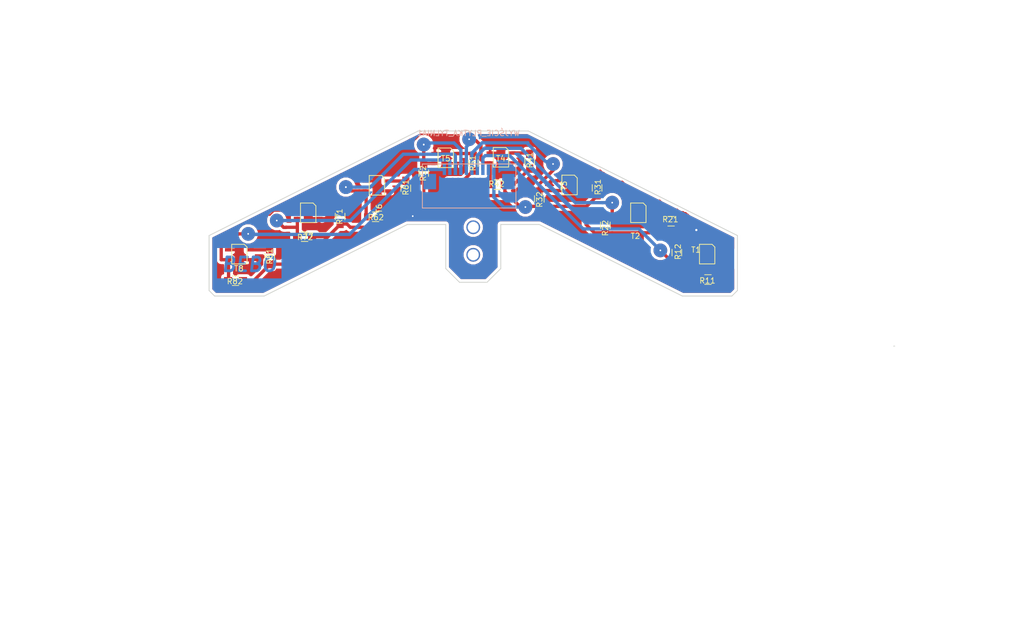
<source format=kicad_pcb>
(kicad_pcb (version 4) (host pcbnew 4.0.0-stable)

  (general
    (links 56)
    (no_connects 0)
    (area 49 51.2 235.100001 167.900001)
    (thickness 1.6)
    (drawings 20)
    (tracks 377)
    (zones 0)
    (modules 25)
    (nets 19)
  )

  (page A4)
  (layers
    (0 F.Cu signal)
    (31 B.Cu signal)
    (32 B.Adhes user)
    (33 F.Adhes user)
    (34 B.Paste user)
    (35 F.Paste user)
    (36 B.SilkS user)
    (37 F.SilkS user)
    (38 B.Mask user)
    (39 F.Mask user)
    (40 Dwgs.User user)
    (41 Cmts.User user)
    (42 Eco1.User user)
    (43 Eco2.User user)
    (44 Edge.Cuts user)
    (45 Margin user)
    (46 B.CrtYd user)
    (47 F.CrtYd user)
    (48 B.Fab user)
    (49 F.Fab user)
  )

  (setup
    (last_trace_width 0.25)
    (user_trace_width 0.3)
    (user_trace_width 0.6)
    (trace_clearance 0.2)
    (zone_clearance 0.508)
    (zone_45_only no)
    (trace_min 0.2)
    (segment_width 0.2)
    (edge_width 0.15)
    (via_size 0.6)
    (via_drill 0.4)
    (via_min_size 0.4)
    (via_min_drill 0.3)
    (user_via 1.5 0.3)
    (user_via 1.5 0.6)
    (user_via 1.5 0.9)
    (user_via 2.5 0.3)
    (uvia_size 0.3)
    (uvia_drill 0.1)
    (uvias_allowed no)
    (uvia_min_size 0.2)
    (uvia_min_drill 0.1)
    (pcb_text_width 0.3)
    (pcb_text_size 1.5 1.5)
    (mod_edge_width 0.15)
    (mod_text_size 1 1)
    (mod_text_width 0.15)
    (pad_size 1.524 1.524)
    (pad_drill 0.762)
    (pad_to_mask_clearance 0.2)
    (aux_axis_origin 0 0)
    (visible_elements 7FFFFFFF)
    (pcbplotparams
      (layerselection 0x00030_80000001)
      (usegerberextensions false)
      (excludeedgelayer true)
      (linewidth 0.100000)
      (plotframeref false)
      (viasonmask false)
      (mode 1)
      (useauxorigin false)
      (hpglpennumber 1)
      (hpglpenspeed 20)
      (hpglpendiameter 15)
      (hpglpenoverlay 2)
      (psnegative false)
      (psa4output false)
      (plotreference true)
      (plotvalue true)
      (plotinvisibletext false)
      (padsonsilk false)
      (subtractmaskfromsilk false)
      (outputformat 1)
      (mirror false)
      (drillshape 0)
      (scaleselection 1)
      (outputdirectory ""))
  )

  (net 0 "")
  (net 1 VCC)
  (net 2 "Net-(R11-Pad2)")
  (net 3 /T1)
  (net 4 "Net-(R21-Pad2)")
  (net 5 /T2)
  (net 6 "Net-(R31-Pad2)")
  (net 7 /T3)
  (net 8 "Net-(R41-Pad2)")
  (net 9 /T4)
  (net 10 "Net-(R51-Pad2)")
  (net 11 /T5)
  (net 12 "Net-(R61-Pad2)")
  (net 13 /T6)
  (net 14 "Net-(R71-Pad2)")
  (net 15 /T7)
  (net 16 "Net-(R81-Pad2)")
  (net 17 /T8)
  (net 18 GND)

  (net_class Default "To jest domyślna klasa połączeń."
    (clearance 0.2)
    (trace_width 0.25)
    (via_dia 0.6)
    (via_drill 0.4)
    (uvia_dia 0.3)
    (uvia_drill 0.1)
    (add_net /T1)
    (add_net /T2)
    (add_net /T3)
    (add_net /T4)
    (add_net /T5)
    (add_net /T6)
    (add_net /T7)
    (add_net /T8)
    (add_net GND)
    (add_net "Net-(R11-Pad2)")
    (add_net "Net-(R21-Pad2)")
    (add_net "Net-(R31-Pad2)")
    (add_net "Net-(R41-Pad2)")
    (add_net "Net-(R51-Pad2)")
    (add_net "Net-(R61-Pad2)")
    (add_net "Net-(R71-Pad2)")
    (add_net "Net-(R81-Pad2)")
    (add_net VCC)
  )

  (module Resistors_SMD:R_0805_HandSoldering (layer F.Cu) (tedit 54189DEE) (tstamp 58376305)
    (at 177.65 102)
    (descr "Resistor SMD 0805, hand soldering")
    (tags "resistor 0805")
    (path /5823309C)
    (attr smd)
    (fp_text reference R11 (at -0.098 0.204) (layer F.SilkS)
      (effects (font (size 1 1) (thickness 0.15)))
    )
    (fp_text value 200 (at 0.902 1.904) (layer F.Fab)
      (effects (font (size 1 1) (thickness 0.15)))
    )
    (fp_line (start -2.4 -1) (end 2.4 -1) (layer F.CrtYd) (width 0.05))
    (fp_line (start -2.4 1) (end 2.4 1) (layer F.CrtYd) (width 0.05))
    (fp_line (start -2.4 -1) (end -2.4 1) (layer F.CrtYd) (width 0.05))
    (fp_line (start 2.4 -1) (end 2.4 1) (layer F.CrtYd) (width 0.05))
    (fp_line (start 0.6 0.875) (end -0.6 0.875) (layer F.SilkS) (width 0.15))
    (fp_line (start -0.6 -0.875) (end 0.6 -0.875) (layer F.SilkS) (width 0.15))
    (pad 1 smd rect (at -1.35 0) (size 1.5 1.3) (layers F.Cu F.Paste F.Mask)
      (net 1 VCC))
    (pad 2 smd rect (at 1.35 0) (size 1.5 1.3) (layers F.Cu F.Paste F.Mask)
      (net 2 "Net-(R11-Pad2)"))
    (model Resistors_SMD.3dshapes/R_0805_HandSoldering.wrl
      (at (xyz 0 0 0))
      (scale (xyz 1 1 1))
      (rotate (xyz 0 0 0))
    )
  )

  (module warsztaty:KTIR0711S (layer F.Cu) (tedit 56251D2C) (tstamp 58376397)
    (at 105 90 270)
    (path /58286DC0)
    (fp_text reference T7 (at 4.095 -0.1 360) (layer F.SilkS)
      (effects (font (size 1 1) (thickness 0.15)))
    )
    (fp_text value KTIR0711S (at 3 -1.2 360) (layer F.Fab)
      (effects (font (size 1 1) (thickness 0.15)))
    )
    (fp_line (start 1.651 1.397) (end -1.905 1.397) (layer F.SilkS) (width 0.15))
    (fp_line (start -1.905 1.397) (end -1.905 -0.889) (layer F.SilkS) (width 0.15))
    (fp_line (start -1.905 -0.889) (end -1.397 -1.397) (layer F.SilkS) (width 0.15))
    (fp_line (start 1.651 -1.397) (end 1.651 1.353) (layer F.SilkS) (width 0.15))
    (fp_line (start -1.405 -1.397) (end 1.595 -1.397) (layer F.SilkS) (width 0.15))
    (pad 1 smd rect (at -0.905 -1.965 270) (size 0.6 1.3) (layers F.Cu F.Paste F.Mask)
      (net 14 "Net-(R71-Pad2)"))
    (pad 2 smd rect (at -0.905 1.965 270) (size 0.6 1.3) (layers F.Cu F.Paste F.Mask)
      (net 18 GND))
    (pad 3 smd rect (at 0.895 -1.965 270) (size 0.6 1.3) (layers F.Cu F.Paste F.Mask)
      (net 18 GND))
    (pad 4 smd rect (at 0.895 1.965 270) (size 0.6 1.3) (layers F.Cu F.Paste F.Mask)
      (net 15 /T7))
  )

  (module warsztaty:KTIR0711S (layer F.Cu) (tedit 56251D2C) (tstamp 5837637F)
    (at 140.035 79.905 270)
    (path /5828725B)
    (fp_text reference T4 (at 0.095 0.035 360) (layer F.SilkS)
      (effects (font (size 1 1) (thickness 0.15)))
    )
    (fp_text value KTIR0711S (at 2.804 -0.208 360) (layer F.Fab)
      (effects (font (size 1 1) (thickness 0.15)))
    )
    (fp_line (start 1.651 1.397) (end -1.905 1.397) (layer F.SilkS) (width 0.15))
    (fp_line (start -1.905 1.397) (end -1.905 -0.889) (layer F.SilkS) (width 0.15))
    (fp_line (start -1.905 -0.889) (end -1.397 -1.397) (layer F.SilkS) (width 0.15))
    (fp_line (start 1.651 -1.397) (end 1.651 1.353) (layer F.SilkS) (width 0.15))
    (fp_line (start -1.405 -1.397) (end 1.595 -1.397) (layer F.SilkS) (width 0.15))
    (pad 1 smd rect (at -0.905 -1.965 270) (size 0.6 1.3) (layers F.Cu F.Paste F.Mask)
      (net 8 "Net-(R41-Pad2)"))
    (pad 2 smd rect (at -0.905 1.965 270) (size 0.6 1.3) (layers F.Cu F.Paste F.Mask)
      (net 18 GND))
    (pad 3 smd rect (at 0.895 -1.965 270) (size 0.6 1.3) (layers F.Cu F.Paste F.Mask)
      (net 18 GND))
    (pad 4 smd rect (at 0.895 1.965 270) (size 0.6 1.3) (layers F.Cu F.Paste F.Mask)
      (net 9 /T4))
  )

  (module warsztaty:KTIR0711S (layer F.Cu) (tedit 56251D2C) (tstamp 58376387)
    (at 130 80 270)
    (path /58286D7B)
    (fp_text reference T5 (at 0 0 360) (layer F.SilkS)
      (effects (font (size 1 1) (thickness 0.15)))
    )
    (fp_text value KTIR0711S (at 3.312 -0.048 360) (layer F.Fab)
      (effects (font (size 1 1) (thickness 0.15)))
    )
    (fp_line (start 1.651 1.397) (end -1.905 1.397) (layer F.SilkS) (width 0.15))
    (fp_line (start -1.905 1.397) (end -1.905 -0.889) (layer F.SilkS) (width 0.15))
    (fp_line (start -1.905 -0.889) (end -1.397 -1.397) (layer F.SilkS) (width 0.15))
    (fp_line (start 1.651 -1.397) (end 1.651 1.353) (layer F.SilkS) (width 0.15))
    (fp_line (start -1.405 -1.397) (end 1.595 -1.397) (layer F.SilkS) (width 0.15))
    (pad 1 smd rect (at -0.905 -1.965 270) (size 0.6 1.3) (layers F.Cu F.Paste F.Mask)
      (net 10 "Net-(R51-Pad2)"))
    (pad 2 smd rect (at -0.905 1.965 270) (size 0.6 1.3) (layers F.Cu F.Paste F.Mask)
      (net 18 GND))
    (pad 3 smd rect (at 0.895 -1.965 270) (size 0.6 1.3) (layers F.Cu F.Paste F.Mask)
      (net 18 GND))
    (pad 4 smd rect (at 0.895 1.965 270) (size 0.6 1.3) (layers F.Cu F.Paste F.Mask)
      (net 11 /T5))
  )

  (module warsztatymisc:fpc_10_pin (layer B.Cu) (tedit 564F459B) (tstamp 583763AF)
    (at 134.75 85 180)
    (path /5826068D)
    (fp_text reference WYJŚCIE_PLYTKA_TYLNIA1 (at 0.61 9.59 180) (layer B.SilkS)
      (effects (font (size 1 1) (thickness 0.15)) (justify mirror))
    )
    (fp_text value PIN10 (at -0.25 -2.5 180) (layer B.Fab)
      (effects (font (size 1 1) (thickness 0.15)) (justify mirror))
    )
    (fp_line (start 9 -4) (end 9 4) (layer B.SilkS) (width 0.15))
    (fp_line (start 9 4) (end -8 4) (layer B.SilkS) (width 0.15))
    (fp_line (start -8 4) (end -8 -4) (layer B.SilkS) (width 0.15))
    (fp_line (start -8 -4) (end 9 -4) (layer B.SilkS) (width 0.15))
    (pad 11 smd rect (at -6.65 0.8 180) (size 2.3 2.8) (layers B.Cu B.Paste B.Mask))
    (pad 10 smd rect (at 5 3 180) (size 0.6 2) (layers B.Cu B.Paste B.Mask)
      (net 17 /T8))
    (pad 9 smd rect (at 4 3 180) (size 0.6 2) (layers B.Cu B.Paste B.Mask)
      (net 15 /T7))
    (pad 8 smd rect (at 3 3 180) (size 0.6 2) (layers B.Cu B.Paste B.Mask)
      (net 13 /T6))
    (pad 7 smd rect (at 2 3 180) (size 0.6 2) (layers B.Cu B.Paste B.Mask)
      (net 11 /T5))
    (pad 6 smd rect (at 1 3 180) (size 0.6 2) (layers B.Cu B.Paste B.Mask)
      (net 9 /T4))
    (pad 5 smd rect (at 0 3 180) (size 0.6 2) (layers B.Cu B.Paste B.Mask)
      (net 7 /T3))
    (pad 4 smd rect (at -1 3 180) (size 0.6 2) (layers B.Cu B.Paste B.Mask)
      (net 5 /T2))
    (pad 3 smd rect (at -2 3 180) (size 0.6 2) (layers B.Cu B.Paste B.Mask)
      (net 3 /T1))
    (pad 2 smd rect (at -3 3 180) (size 0.6 2) (layers B.Cu B.Paste B.Mask)
      (net 18 GND))
    (pad 1 smd rect (at -4 3 180) (size 0.6 2) (layers B.Cu B.Paste B.Mask)
      (net 1 VCC))
    (pad 11 smd rect (at 7.65 0.8 180) (size 2.3 2.8) (layers B.Cu B.Paste B.Mask))
  )

  (module Resistors_SMD:R_0805_HandSoldering (layer F.Cu) (tedit 54189DEE) (tstamp 58376311)
    (at 170.95 91.4 180)
    (descr "Resistor SMD 0805, hand soldering")
    (tags "resistor 0805")
    (path /5828721C)
    (attr smd)
    (fp_text reference R21 (at 0.13 0.332 180) (layer F.SilkS)
      (effects (font (size 1 1) (thickness 0.15)))
    )
    (fp_text value 200 (at -0.17 -1.868 180) (layer F.Fab)
      (effects (font (size 1 1) (thickness 0.15)))
    )
    (fp_line (start -2.4 -1) (end 2.4 -1) (layer F.CrtYd) (width 0.05))
    (fp_line (start -2.4 1) (end 2.4 1) (layer F.CrtYd) (width 0.05))
    (fp_line (start -2.4 -1) (end -2.4 1) (layer F.CrtYd) (width 0.05))
    (fp_line (start 2.4 -1) (end 2.4 1) (layer F.CrtYd) (width 0.05))
    (fp_line (start 0.6 0.875) (end -0.6 0.875) (layer F.SilkS) (width 0.15))
    (fp_line (start -0.6 -0.875) (end 0.6 -0.875) (layer F.SilkS) (width 0.15))
    (pad 1 smd rect (at -1.35 0 180) (size 1.5 1.3) (layers F.Cu F.Paste F.Mask)
      (net 1 VCC))
    (pad 2 smd rect (at 1.35 0 180) (size 1.5 1.3) (layers F.Cu F.Paste F.Mask)
      (net 4 "Net-(R21-Pad2)"))
    (model Resistors_SMD.3dshapes/R_0805_HandSoldering.wrl
      (at (xyz 0 0 0))
      (scale (xyz 1 1 1))
      (rotate (xyz 0 0 0))
    )
  )

  (module warsztaty:KTIR0711S (layer F.Cu) (tedit 56251D2C) (tstamp 5837639F)
    (at 92.5 97.5 270)
    (path /582872E5)
    (fp_text reference T8 (at 2.5 0.1 360) (layer F.SilkS)
      (effects (font (size 1 1) (thickness 0.15)))
    )
    (fp_text value KTIR0711S (at 3.284 0.164 360) (layer F.Fab)
      (effects (font (size 1 1) (thickness 0.15)))
    )
    (fp_line (start 1.651 1.397) (end -1.905 1.397) (layer F.SilkS) (width 0.15))
    (fp_line (start -1.905 1.397) (end -1.905 -0.889) (layer F.SilkS) (width 0.15))
    (fp_line (start -1.905 -0.889) (end -1.397 -1.397) (layer F.SilkS) (width 0.15))
    (fp_line (start 1.651 -1.397) (end 1.651 1.353) (layer F.SilkS) (width 0.15))
    (fp_line (start -1.405 -1.397) (end 1.595 -1.397) (layer F.SilkS) (width 0.15))
    (pad 1 smd rect (at -0.905 -1.965 270) (size 0.6 1.3) (layers F.Cu F.Paste F.Mask)
      (net 16 "Net-(R81-Pad2)"))
    (pad 2 smd rect (at -0.905 1.965 270) (size 0.6 1.3) (layers F.Cu F.Paste F.Mask)
      (net 18 GND))
    (pad 3 smd rect (at 0.895 -1.965 270) (size 0.6 1.3) (layers F.Cu F.Paste F.Mask)
      (net 18 GND))
    (pad 4 smd rect (at 0.895 1.965 270) (size 0.6 1.3) (layers F.Cu F.Paste F.Mask)
      (net 17 /T8))
  )

  (module Resistors_SMD:R_0805_HandSoldering (layer F.Cu) (tedit 54189DEE) (tstamp 58376329)
    (at 145.25 80.5 90)
    (descr "Resistor SMD 0805, hand soldering")
    (tags "resistor 0805")
    (path /58287261)
    (attr smd)
    (fp_text reference R41 (at 0.198 0.004 90) (layer F.SilkS)
      (effects (font (size 1 1) (thickness 0.15)))
    )
    (fp_text value 200 (at 0 2.1 90) (layer F.Fab)
      (effects (font (size 1 1) (thickness 0.15)))
    )
    (fp_line (start -2.4 -1) (end 2.4 -1) (layer F.CrtYd) (width 0.05))
    (fp_line (start -2.4 1) (end 2.4 1) (layer F.CrtYd) (width 0.05))
    (fp_line (start -2.4 -1) (end -2.4 1) (layer F.CrtYd) (width 0.05))
    (fp_line (start 2.4 -1) (end 2.4 1) (layer F.CrtYd) (width 0.05))
    (fp_line (start 0.6 0.875) (end -0.6 0.875) (layer F.SilkS) (width 0.15))
    (fp_line (start -0.6 -0.875) (end 0.6 -0.875) (layer F.SilkS) (width 0.15))
    (pad 1 smd rect (at -1.35 0 90) (size 1.5 1.3) (layers F.Cu F.Paste F.Mask)
      (net 1 VCC))
    (pad 2 smd rect (at 1.35 0 90) (size 1.5 1.3) (layers F.Cu F.Paste F.Mask)
      (net 8 "Net-(R41-Pad2)"))
    (model Resistors_SMD.3dshapes/R_0805_HandSoldering.wrl
      (at (xyz 0 0 0))
      (scale (xyz 1 1 1))
      (rotate (xyz 0 0 0))
    )
  )

  (module Resistors_SMD:R_0805_HandSoldering (layer F.Cu) (tedit 54189DEE) (tstamp 5837635F)
    (at 91.8 102.2 180)
    (descr "Resistor SMD 0805, hand soldering")
    (tags "resistor 0805")
    (path /582872F7)
    (attr smd)
    (fp_text reference R82 (at 0.11 -0.13 180) (layer F.SilkS)
      (effects (font (size 1 1) (thickness 0.15)))
    )
    (fp_text value 10k (at 0.91 1.97 180) (layer F.Fab)
      (effects (font (size 1 1) (thickness 0.15)))
    )
    (fp_line (start -2.4 -1) (end 2.4 -1) (layer F.CrtYd) (width 0.05))
    (fp_line (start -2.4 1) (end 2.4 1) (layer F.CrtYd) (width 0.05))
    (fp_line (start -2.4 -1) (end -2.4 1) (layer F.CrtYd) (width 0.05))
    (fp_line (start 2.4 -1) (end 2.4 1) (layer F.CrtYd) (width 0.05))
    (fp_line (start 0.6 0.875) (end -0.6 0.875) (layer F.SilkS) (width 0.15))
    (fp_line (start -0.6 -0.875) (end 0.6 -0.875) (layer F.SilkS) (width 0.15))
    (pad 1 smd rect (at -1.35 0 180) (size 1.5 1.3) (layers F.Cu F.Paste F.Mask)
      (net 1 VCC))
    (pad 2 smd rect (at 1.35 0 180) (size 1.5 1.3) (layers F.Cu F.Paste F.Mask)
      (net 17 /T8))
    (model Resistors_SMD.3dshapes/R_0805_HandSoldering.wrl
      (at (xyz 0 0 0))
      (scale (xyz 1 1 1))
      (rotate (xyz 0 0 0))
    )
  )

  (module Resistors_SMD:R_0805_HandSoldering (layer F.Cu) (tedit 54189DEE) (tstamp 58376353)
    (at 104.35 94.2 180)
    (descr "Resistor SMD 0805, hand soldering")
    (tags "resistor 0805")
    (path /58286DD2)
    (attr smd)
    (fp_text reference R72 (at -0.096 -0.12 360) (layer F.SilkS)
      (effects (font (size 1 1) (thickness 0.15)))
    )
    (fp_text value 10k (at 1.904 1.88 360) (layer F.Fab)
      (effects (font (size 1 1) (thickness 0.15)))
    )
    (fp_line (start -2.4 -1) (end 2.4 -1) (layer F.CrtYd) (width 0.05))
    (fp_line (start -2.4 1) (end 2.4 1) (layer F.CrtYd) (width 0.05))
    (fp_line (start -2.4 -1) (end -2.4 1) (layer F.CrtYd) (width 0.05))
    (fp_line (start 2.4 -1) (end 2.4 1) (layer F.CrtYd) (width 0.05))
    (fp_line (start 0.6 0.875) (end -0.6 0.875) (layer F.SilkS) (width 0.15))
    (fp_line (start -0.6 -0.875) (end 0.6 -0.875) (layer F.SilkS) (width 0.15))
    (pad 1 smd rect (at -1.35 0 180) (size 1.5 1.3) (layers F.Cu F.Paste F.Mask)
      (net 1 VCC))
    (pad 2 smd rect (at 1.35 0 180) (size 1.5 1.3) (layers F.Cu F.Paste F.Mask)
      (net 15 /T7))
    (model Resistors_SMD.3dshapes/R_0805_HandSoldering.wrl
      (at (xyz 0 0 0))
      (scale (xyz 1 1 1))
      (rotate (xyz 0 0 0))
    )
  )

  (module Resistors_SMD:R_0805_HandSoldering (layer F.Cu) (tedit 54189DEE) (tstamp 58376323)
    (at 147 87.35 90)
    (descr "Resistor SMD 0805, hand soldering")
    (tags "resistor 0805")
    (path /58286AD6)
    (attr smd)
    (fp_text reference R32 (at -0.116 0.044 90) (layer F.SilkS)
      (effects (font (size 1 1) (thickness 0.15)))
    )
    (fp_text value 10k (at 0 2.1 90) (layer F.Fab)
      (effects (font (size 1 1) (thickness 0.15)))
    )
    (fp_line (start -2.4 -1) (end 2.4 -1) (layer F.CrtYd) (width 0.05))
    (fp_line (start -2.4 1) (end 2.4 1) (layer F.CrtYd) (width 0.05))
    (fp_line (start -2.4 -1) (end -2.4 1) (layer F.CrtYd) (width 0.05))
    (fp_line (start 2.4 -1) (end 2.4 1) (layer F.CrtYd) (width 0.05))
    (fp_line (start 0.6 0.875) (end -0.6 0.875) (layer F.SilkS) (width 0.15))
    (fp_line (start -0.6 -0.875) (end 0.6 -0.875) (layer F.SilkS) (width 0.15))
    (pad 1 smd rect (at -1.35 0 90) (size 1.5 1.3) (layers F.Cu F.Paste F.Mask)
      (net 1 VCC))
    (pad 2 smd rect (at 1.35 0 90) (size 1.5 1.3) (layers F.Cu F.Paste F.Mask)
      (net 7 /T3))
    (model Resistors_SMD.3dshapes/R_0805_HandSoldering.wrl
      (at (xyz 0 0 0))
      (scale (xyz 1 1 1))
      (rotate (xyz 0 0 0))
    )
  )

  (module Resistors_SMD:R_0805_HandSoldering (layer F.Cu) (tedit 54189DEE) (tstamp 5837633B)
    (at 126 82.65 90)
    (descr "Resistor SMD 0805, hand soldering")
    (tags "resistor 0805")
    (path /58286D8D)
    (attr smd)
    (fp_text reference R52 (at -0.05 -0.1 90) (layer F.SilkS)
      (effects (font (size 1 1) (thickness 0.15)))
    )
    (fp_text value 10k (at -3.25 0 180) (layer F.Fab)
      (effects (font (size 1 1) (thickness 0.15)))
    )
    (fp_line (start -2.4 -1) (end 2.4 -1) (layer F.CrtYd) (width 0.05))
    (fp_line (start -2.4 1) (end 2.4 1) (layer F.CrtYd) (width 0.05))
    (fp_line (start -2.4 -1) (end -2.4 1) (layer F.CrtYd) (width 0.05))
    (fp_line (start 2.4 -1) (end 2.4 1) (layer F.CrtYd) (width 0.05))
    (fp_line (start 0.6 0.875) (end -0.6 0.875) (layer F.SilkS) (width 0.15))
    (fp_line (start -0.6 -0.875) (end 0.6 -0.875) (layer F.SilkS) (width 0.15))
    (pad 1 smd rect (at -1.35 0 90) (size 1.5 1.3) (layers F.Cu F.Paste F.Mask)
      (net 1 VCC))
    (pad 2 smd rect (at 1.35 0 90) (size 1.5 1.3) (layers F.Cu F.Paste F.Mask)
      (net 11 /T5))
    (model Resistors_SMD.3dshapes/R_0805_HandSoldering.wrl
      (at (xyz 0 0 0))
      (scale (xyz 1 1 1))
      (rotate (xyz 0 0 0))
    )
  )

  (module Resistors_SMD:R_0805_HandSoldering (layer F.Cu) (tedit 54189DEE) (tstamp 5837630B)
    (at 172 97.1 270)
    (descr "Resistor SMD 0805, hand soldering")
    (tags "resistor 0805")
    (path /582356E1)
    (attr smd)
    (fp_text reference R12 (at -0.15 -0.2 270) (layer F.SilkS)
      (effects (font (size 1 1) (thickness 0.15)))
    )
    (fp_text value 10K (at -1.05 2.2 270) (layer F.Fab)
      (effects (font (size 1 1) (thickness 0.15)))
    )
    (fp_line (start -2.4 -1) (end 2.4 -1) (layer F.CrtYd) (width 0.05))
    (fp_line (start -2.4 1) (end 2.4 1) (layer F.CrtYd) (width 0.05))
    (fp_line (start -2.4 -1) (end -2.4 1) (layer F.CrtYd) (width 0.05))
    (fp_line (start 2.4 -1) (end 2.4 1) (layer F.CrtYd) (width 0.05))
    (fp_line (start 0.6 0.875) (end -0.6 0.875) (layer F.SilkS) (width 0.15))
    (fp_line (start -0.6 -0.875) (end 0.6 -0.875) (layer F.SilkS) (width 0.15))
    (pad 1 smd rect (at -1.35 0 270) (size 1.5 1.3) (layers F.Cu F.Paste F.Mask)
      (net 1 VCC))
    (pad 2 smd rect (at 1.35 0 270) (size 1.5 1.3) (layers F.Cu F.Paste F.Mask)
      (net 3 /T1))
    (model Resistors_SMD.3dshapes/R_0805_HandSoldering.wrl
      (at (xyz 0 0 0))
      (scale (xyz 1 1 1))
      (rotate (xyz 0 0 0))
    )
  )

  (module Resistors_SMD:R_0805_HandSoldering (layer F.Cu) (tedit 54189DEE) (tstamp 58376317)
    (at 159 92.15 90)
    (descr "Resistor SMD 0805, hand soldering")
    (tags "resistor 0805")
    (path /58287228)
    (attr smd)
    (fp_text reference R22 (at -0.5 0 90) (layer F.SilkS)
      (effects (font (size 1 1) (thickness 0.15)))
    )
    (fp_text value 10k (at 0.33 1.992 90) (layer F.Fab)
      (effects (font (size 1 1) (thickness 0.15)))
    )
    (fp_line (start -2.4 -1) (end 2.4 -1) (layer F.CrtYd) (width 0.05))
    (fp_line (start -2.4 1) (end 2.4 1) (layer F.CrtYd) (width 0.05))
    (fp_line (start -2.4 -1) (end -2.4 1) (layer F.CrtYd) (width 0.05))
    (fp_line (start 2.4 -1) (end 2.4 1) (layer F.CrtYd) (width 0.05))
    (fp_line (start 0.6 0.875) (end -0.6 0.875) (layer F.SilkS) (width 0.15))
    (fp_line (start -0.6 -0.875) (end 0.6 -0.875) (layer F.SilkS) (width 0.15))
    (pad 1 smd rect (at -1.35 0 90) (size 1.5 1.3) (layers F.Cu F.Paste F.Mask)
      (net 1 VCC))
    (pad 2 smd rect (at 1.35 0 90) (size 1.5 1.3) (layers F.Cu F.Paste F.Mask)
      (net 5 /T2))
    (model Resistors_SMD.3dshapes/R_0805_HandSoldering.wrl
      (at (xyz 0 0 0))
      (scale (xyz 1 1 1))
      (rotate (xyz 0 0 0))
    )
  )

  (module Resistors_SMD:R_0805_HandSoldering (layer F.Cu) (tedit 54189DEE) (tstamp 5837631D)
    (at 157.5 85.35 90)
    (descr "Resistor SMD 0805, hand soldering")
    (tags "resistor 0805")
    (path /58286ACA)
    (attr smd)
    (fp_text reference R31 (at 0.15726 0.1466 90) (layer F.SilkS)
      (effects (font (size 1 1) (thickness 0.15)))
    )
    (fp_text value 200 (at -0.14274 -1.8534 90) (layer F.Fab)
      (effects (font (size 1 1) (thickness 0.15)))
    )
    (fp_line (start -2.4 -1) (end 2.4 -1) (layer F.CrtYd) (width 0.05))
    (fp_line (start -2.4 1) (end 2.4 1) (layer F.CrtYd) (width 0.05))
    (fp_line (start -2.4 -1) (end -2.4 1) (layer F.CrtYd) (width 0.05))
    (fp_line (start 2.4 -1) (end 2.4 1) (layer F.CrtYd) (width 0.05))
    (fp_line (start 0.6 0.875) (end -0.6 0.875) (layer F.SilkS) (width 0.15))
    (fp_line (start -0.6 -0.875) (end 0.6 -0.875) (layer F.SilkS) (width 0.15))
    (pad 1 smd rect (at -1.35 0 90) (size 1.5 1.3) (layers F.Cu F.Paste F.Mask)
      (net 1 VCC))
    (pad 2 smd rect (at 1.35 0 90) (size 1.5 1.3) (layers F.Cu F.Paste F.Mask)
      (net 6 "Net-(R31-Pad2)"))
    (model Resistors_SMD.3dshapes/R_0805_HandSoldering.wrl
      (at (xyz 0 0 0))
      (scale (xyz 1 1 1))
      (rotate (xyz 0 0 0))
    )
  )

  (module Resistors_SMD:R_0805_HandSoldering (layer F.Cu) (tedit 54189DEE) (tstamp 5837632F)
    (at 139.4 84.75 180)
    (descr "Resistor SMD 0805, hand soldering")
    (tags "resistor 0805")
    (path /5828726D)
    (attr smd)
    (fp_text reference R42 (at 0.176 0.124 180) (layer F.SilkS)
      (effects (font (size 1 1) (thickness 0.15)))
    )
    (fp_text value 10k (at 0.276 -1.776 180) (layer F.Fab)
      (effects (font (size 1 1) (thickness 0.15)))
    )
    (fp_line (start -2.4 -1) (end 2.4 -1) (layer F.CrtYd) (width 0.05))
    (fp_line (start -2.4 1) (end 2.4 1) (layer F.CrtYd) (width 0.05))
    (fp_line (start -2.4 -1) (end -2.4 1) (layer F.CrtYd) (width 0.05))
    (fp_line (start 2.4 -1) (end 2.4 1) (layer F.CrtYd) (width 0.05))
    (fp_line (start 0.6 0.875) (end -0.6 0.875) (layer F.SilkS) (width 0.15))
    (fp_line (start -0.6 -0.875) (end 0.6 -0.875) (layer F.SilkS) (width 0.15))
    (pad 1 smd rect (at -1.35 0 180) (size 1.5 1.3) (layers F.Cu F.Paste F.Mask)
      (net 1 VCC))
    (pad 2 smd rect (at 1.35 0 180) (size 1.5 1.3) (layers F.Cu F.Paste F.Mask)
      (net 9 /T4))
    (model Resistors_SMD.3dshapes/R_0805_HandSoldering.wrl
      (at (xyz 0 0 0))
      (scale (xyz 1 1 1))
      (rotate (xyz 0 0 0))
    )
  )

  (module Resistors_SMD:R_0805_HandSoldering (layer F.Cu) (tedit 54189DEE) (tstamp 58376335)
    (at 135 80.85 90)
    (descr "Resistor SMD 0805, hand soldering")
    (tags "resistor 0805")
    (path /58286D81)
    (attr smd)
    (fp_text reference R51 (at 0.01 -0.08 90) (layer F.SilkS)
      (effects (font (size 1 1) (thickness 0.15)))
    )
    (fp_text value 200 (at 0.11 -1.88 90) (layer F.Fab)
      (effects (font (size 1 1) (thickness 0.15)))
    )
    (fp_line (start -2.4 -1) (end 2.4 -1) (layer F.CrtYd) (width 0.05))
    (fp_line (start -2.4 1) (end 2.4 1) (layer F.CrtYd) (width 0.05))
    (fp_line (start -2.4 -1) (end -2.4 1) (layer F.CrtYd) (width 0.05))
    (fp_line (start 2.4 -1) (end 2.4 1) (layer F.CrtYd) (width 0.05))
    (fp_line (start 0.6 0.875) (end -0.6 0.875) (layer F.SilkS) (width 0.15))
    (fp_line (start -0.6 -0.875) (end 0.6 -0.875) (layer F.SilkS) (width 0.15))
    (pad 1 smd rect (at -1.35 0 90) (size 1.5 1.3) (layers F.Cu F.Paste F.Mask)
      (net 1 VCC))
    (pad 2 smd rect (at 1.35 0 90) (size 1.5 1.3) (layers F.Cu F.Paste F.Mask)
      (net 10 "Net-(R51-Pad2)"))
    (model Resistors_SMD.3dshapes/R_0805_HandSoldering.wrl
      (at (xyz 0 0 0))
      (scale (xyz 1 1 1))
      (rotate (xyz 0 0 0))
    )
  )

  (module Resistors_SMD:R_0805_HandSoldering (layer F.Cu) (tedit 54189DEE) (tstamp 58376347)
    (at 117.25 90.6 180)
    (descr "Resistor SMD 0805, hand soldering")
    (tags "resistor 0805")
    (path /582872B2)
    (attr smd)
    (fp_text reference R62 (at -0.05 -0.1 180) (layer F.SilkS)
      (effects (font (size 1 1) (thickness 0.15)))
    )
    (fp_text value 10k (at -1.25 1.8 180) (layer F.Fab)
      (effects (font (size 1 1) (thickness 0.15)))
    )
    (fp_line (start -2.4 -1) (end 2.4 -1) (layer F.CrtYd) (width 0.05))
    (fp_line (start -2.4 1) (end 2.4 1) (layer F.CrtYd) (width 0.05))
    (fp_line (start -2.4 -1) (end -2.4 1) (layer F.CrtYd) (width 0.05))
    (fp_line (start 2.4 -1) (end 2.4 1) (layer F.CrtYd) (width 0.05))
    (fp_line (start 0.6 0.875) (end -0.6 0.875) (layer F.SilkS) (width 0.15))
    (fp_line (start -0.6 -0.875) (end 0.6 -0.875) (layer F.SilkS) (width 0.15))
    (pad 1 smd rect (at -1.35 0 180) (size 1.5 1.3) (layers F.Cu F.Paste F.Mask)
      (net 1 VCC))
    (pad 2 smd rect (at 1.35 0 180) (size 1.5 1.3) (layers F.Cu F.Paste F.Mask)
      (net 13 /T6))
    (model Resistors_SMD.3dshapes/R_0805_HandSoldering.wrl
      (at (xyz 0 0 0))
      (scale (xyz 1 1 1))
      (rotate (xyz 0 0 0))
    )
  )

  (module Resistors_SMD:R_0805_HandSoldering (layer F.Cu) (tedit 54189DEE) (tstamp 5837634D)
    (at 110.8 90.55 90)
    (descr "Resistor SMD 0805, hand soldering")
    (tags "resistor 0805")
    (path /58286DC6)
    (attr smd)
    (fp_text reference R71 (at -0.004 -0.08 270) (layer F.SilkS)
      (effects (font (size 1 1) (thickness 0.15)))
    )
    (fp_text value 200 (at -0.004 -1.78 90) (layer F.Fab)
      (effects (font (size 1 1) (thickness 0.15)))
    )
    (fp_line (start -2.4 -1) (end 2.4 -1) (layer F.CrtYd) (width 0.05))
    (fp_line (start -2.4 1) (end 2.4 1) (layer F.CrtYd) (width 0.05))
    (fp_line (start -2.4 -1) (end -2.4 1) (layer F.CrtYd) (width 0.05))
    (fp_line (start 2.4 -1) (end 2.4 1) (layer F.CrtYd) (width 0.05))
    (fp_line (start 0.6 0.875) (end -0.6 0.875) (layer F.SilkS) (width 0.15))
    (fp_line (start -0.6 -0.875) (end 0.6 -0.875) (layer F.SilkS) (width 0.15))
    (pad 1 smd rect (at -1.35 0 90) (size 1.5 1.3) (layers F.Cu F.Paste F.Mask)
      (net 1 VCC))
    (pad 2 smd rect (at 1.35 0 90) (size 1.5 1.3) (layers F.Cu F.Paste F.Mask)
      (net 14 "Net-(R71-Pad2)"))
    (model Resistors_SMD.3dshapes/R_0805_HandSoldering.wrl
      (at (xyz 0 0 0))
      (scale (xyz 1 1 1))
      (rotate (xyz 0 0 0))
    )
  )

  (module Resistors_SMD:R_0805_HandSoldering (layer F.Cu) (tedit 54189DEE) (tstamp 58376359)
    (at 98 97.85 90)
    (descr "Resistor SMD 0805, hand soldering")
    (tags "resistor 0805")
    (path /582872EB)
    (attr smd)
    (fp_text reference R81 (at 0.05 0 90) (layer F.SilkS)
      (effects (font (size 1 1) (thickness 0.15)))
    )
    (fp_text value 200 (at -0.125 -2.05 90) (layer F.Fab)
      (effects (font (size 1 1) (thickness 0.15)))
    )
    (fp_line (start -2.4 -1) (end 2.4 -1) (layer F.CrtYd) (width 0.05))
    (fp_line (start -2.4 1) (end 2.4 1) (layer F.CrtYd) (width 0.05))
    (fp_line (start -2.4 -1) (end -2.4 1) (layer F.CrtYd) (width 0.05))
    (fp_line (start 2.4 -1) (end 2.4 1) (layer F.CrtYd) (width 0.05))
    (fp_line (start 0.6 0.875) (end -0.6 0.875) (layer F.SilkS) (width 0.15))
    (fp_line (start -0.6 -0.875) (end 0.6 -0.875) (layer F.SilkS) (width 0.15))
    (pad 1 smd rect (at -1.35 0 90) (size 1.5 1.3) (layers F.Cu F.Paste F.Mask)
      (net 1 VCC))
    (pad 2 smd rect (at 1.35 0 90) (size 1.5 1.3) (layers F.Cu F.Paste F.Mask)
      (net 16 "Net-(R81-Pad2)"))
    (model Resistors_SMD.3dshapes/R_0805_HandSoldering.wrl
      (at (xyz 0 0 0))
      (scale (xyz 1 1 1))
      (rotate (xyz 0 0 0))
    )
  )

  (module warsztaty:KTIR0711S (layer F.Cu) (tedit 56251D2C) (tstamp 58376367)
    (at 177.5 97.5 270)
    (path /58232FBC)
    (fp_text reference T1 (at -0.905 2.035 360) (layer F.SilkS)
      (effects (font (size 1 1) (thickness 0.15)))
    )
    (fp_text value KTIR0711S (at 2.795 0.035 360) (layer F.Fab)
      (effects (font (size 1 1) (thickness 0.15)))
    )
    (fp_line (start 1.651 1.397) (end -1.905 1.397) (layer F.SilkS) (width 0.15))
    (fp_line (start -1.905 1.397) (end -1.905 -0.889) (layer F.SilkS) (width 0.15))
    (fp_line (start -1.905 -0.889) (end -1.397 -1.397) (layer F.SilkS) (width 0.15))
    (fp_line (start 1.651 -1.397) (end 1.651 1.353) (layer F.SilkS) (width 0.15))
    (fp_line (start -1.405 -1.397) (end 1.595 -1.397) (layer F.SilkS) (width 0.15))
    (pad 1 smd rect (at -0.905 -1.965 270) (size 0.6 1.3) (layers F.Cu F.Paste F.Mask)
      (net 2 "Net-(R11-Pad2)"))
    (pad 2 smd rect (at -0.905 1.965 270) (size 0.6 1.3) (layers F.Cu F.Paste F.Mask)
      (net 18 GND))
    (pad 3 smd rect (at 0.895 -1.965 270) (size 0.6 1.3) (layers F.Cu F.Paste F.Mask)
      (net 18 GND))
    (pad 4 smd rect (at 0.895 1.965 270) (size 0.6 1.3) (layers F.Cu F.Paste F.Mask)
      (net 3 /T1))
  )

  (module warsztaty:KTIR0711S (layer F.Cu) (tedit 56251D2C) (tstamp 5837636F)
    (at 165 90 270)
    (path /58287216)
    (fp_text reference T2 (at 4.095 0.535 360) (layer F.SilkS)
      (effects (font (size 1 1) (thickness 0.15)))
    )
    (fp_text value KTIR0711S (at -2.5 0.1 360) (layer F.Fab)
      (effects (font (size 1 1) (thickness 0.15)))
    )
    (fp_line (start 1.651 1.397) (end -1.905 1.397) (layer F.SilkS) (width 0.15))
    (fp_line (start -1.905 1.397) (end -1.905 -0.889) (layer F.SilkS) (width 0.15))
    (fp_line (start -1.905 -0.889) (end -1.397 -1.397) (layer F.SilkS) (width 0.15))
    (fp_line (start 1.651 -1.397) (end 1.651 1.353) (layer F.SilkS) (width 0.15))
    (fp_line (start -1.405 -1.397) (end 1.595 -1.397) (layer F.SilkS) (width 0.15))
    (pad 1 smd rect (at -0.905 -1.965 270) (size 0.6 1.3) (layers F.Cu F.Paste F.Mask)
      (net 4 "Net-(R21-Pad2)"))
    (pad 2 smd rect (at -0.905 1.965 270) (size 0.6 1.3) (layers F.Cu F.Paste F.Mask)
      (net 18 GND))
    (pad 3 smd rect (at 0.895 -1.965 270) (size 0.6 1.3) (layers F.Cu F.Paste F.Mask)
      (net 18 GND))
    (pad 4 smd rect (at 0.895 1.965 270) (size 0.6 1.3) (layers F.Cu F.Paste F.Mask)
      (net 5 /T2))
  )

  (module warsztaty:KTIR0711S (layer F.Cu) (tedit 56251D2C) (tstamp 58376377)
    (at 152.5 84.94 270)
    (path /58286AC4)
    (fp_text reference T3 (at 0 1 270) (layer F.SilkS)
      (effects (font (size 1 1) (thickness 0.15)))
    )
    (fp_text value KTIR0711S (at -3 0.2 360) (layer F.Fab)
      (effects (font (size 1 1) (thickness 0.15)))
    )
    (fp_line (start 1.651 1.397) (end -1.905 1.397) (layer F.SilkS) (width 0.15))
    (fp_line (start -1.905 1.397) (end -1.905 -0.889) (layer F.SilkS) (width 0.15))
    (fp_line (start -1.905 -0.889) (end -1.397 -1.397) (layer F.SilkS) (width 0.15))
    (fp_line (start 1.651 -1.397) (end 1.651 1.353) (layer F.SilkS) (width 0.15))
    (fp_line (start -1.405 -1.397) (end 1.595 -1.397) (layer F.SilkS) (width 0.15))
    (pad 1 smd rect (at -0.905 -1.965 270) (size 0.6 1.3) (layers F.Cu F.Paste F.Mask)
      (net 6 "Net-(R31-Pad2)"))
    (pad 2 smd rect (at -0.905 1.965 270) (size 0.6 1.3) (layers F.Cu F.Paste F.Mask)
      (net 18 GND))
    (pad 3 smd rect (at 0.895 -1.965 270) (size 0.6 1.3) (layers F.Cu F.Paste F.Mask)
      (net 18 GND))
    (pad 4 smd rect (at 0.895 1.965 270) (size 0.6 1.3) (layers F.Cu F.Paste F.Mask)
      (net 7 /T3))
  )

  (module warsztaty:KTIR0711S (layer F.Cu) (tedit 56251D2C) (tstamp 5837638F)
    (at 117.5 85 270)
    (path /582872A0)
    (fp_text reference T6 (at 4.095 -0.4 270) (layer F.SilkS)
      (effects (font (size 1 1) (thickness 0.15)))
    )
    (fp_text value KTIR0711S (at 3.324 -0.2 360) (layer F.Fab)
      (effects (font (size 1 1) (thickness 0.15)))
    )
    (fp_line (start 1.651 1.397) (end -1.905 1.397) (layer F.SilkS) (width 0.15))
    (fp_line (start -1.905 1.397) (end -1.905 -0.889) (layer F.SilkS) (width 0.15))
    (fp_line (start -1.905 -0.889) (end -1.397 -1.397) (layer F.SilkS) (width 0.15))
    (fp_line (start 1.651 -1.397) (end 1.651 1.353) (layer F.SilkS) (width 0.15))
    (fp_line (start -1.405 -1.397) (end 1.595 -1.397) (layer F.SilkS) (width 0.15))
    (pad 1 smd rect (at -0.905 -1.965 270) (size 0.6 1.3) (layers F.Cu F.Paste F.Mask)
      (net 12 "Net-(R61-Pad2)"))
    (pad 2 smd rect (at -0.905 1.965 270) (size 0.6 1.3) (layers F.Cu F.Paste F.Mask)
      (net 18 GND))
    (pad 3 smd rect (at 0.895 -1.965 270) (size 0.6 1.3) (layers F.Cu F.Paste F.Mask)
      (net 18 GND))
    (pad 4 smd rect (at 0.895 1.965 270) (size 0.6 1.3) (layers F.Cu F.Paste F.Mask)
      (net 13 /T6))
  )

  (module Resistors_SMD:R_0805_HandSoldering (layer F.Cu) (tedit 54189DEE) (tstamp 58376341)
    (at 122.75 85.4 90)
    (descr "Resistor SMD 0805, hand soldering")
    (tags "resistor 0805")
    (path /582872A6)
    (attr smd)
    (fp_text reference R61 (at 0.15 -0.012 90) (layer F.SilkS)
      (effects (font (size 1 1) (thickness 0.15)))
    )
    (fp_text value 200 (at 0 2.1 90) (layer F.Fab)
      (effects (font (size 1 1) (thickness 0.15)))
    )
    (fp_line (start -2.4 -1) (end 2.4 -1) (layer F.CrtYd) (width 0.05))
    (fp_line (start -2.4 1) (end 2.4 1) (layer F.CrtYd) (width 0.05))
    (fp_line (start -2.4 -1) (end -2.4 1) (layer F.CrtYd) (width 0.05))
    (fp_line (start 2.4 -1) (end 2.4 1) (layer F.CrtYd) (width 0.05))
    (fp_line (start 0.6 0.875) (end -0.6 0.875) (layer F.SilkS) (width 0.15))
    (fp_line (start -0.6 -0.875) (end 0.6 -0.875) (layer F.SilkS) (width 0.15))
    (pad 1 smd rect (at -1.35 0 90) (size 1.5 1.3) (layers F.Cu F.Paste F.Mask)
      (net 1 VCC))
    (pad 2 smd rect (at 1.35 0 90) (size 1.5 1.3) (layers F.Cu F.Paste F.Mask)
      (net 12 "Net-(R61-Pad2)"))
    (model Resistors_SMD.3dshapes/R_0805_HandSoldering.wrl
      (at (xyz 0 0 0))
      (scale (xyz 1 1 1))
      (rotate (xyz 0 0 0))
    )
  )

  (gr_text BEBO (at 94.3 99.275) (layer B.Cu)
    (effects (font (size 2.5 2.5) (thickness 0.5) italic))
  )
  (gr_line (start 130 92) (end 123 92) (layer Edge.Cuts) (width 0.15))
  (gr_line (start 147 92) (end 140 92) (layer Edge.Cuts) (width 0.15))
  (gr_line (start 130 100) (end 130 92) (layer Edge.Cuts) (width 0.15))
  (gr_line (start 132.5 102.5) (end 130 100) (layer Edge.Cuts) (width 0.15))
  (gr_line (start 137.5 102.5) (end 132.5 102.5) (layer Edge.Cuts) (width 0.15))
  (gr_line (start 140 100) (end 137.5 102.5) (layer Edge.Cuts) (width 0.15))
  (gr_line (start 140 92) (end 140 100) (layer Edge.Cuts) (width 0.15))
  (gr_line (start 173 105) (end 147 92) (layer Edge.Cuts) (width 0.15) (tstamp 586AAF9A))
  (gr_line (start 173 105) (end 182 105) (layer Edge.Cuts) (width 0.15) (tstamp 586AAF8B))
  (gr_line (start 183 104) (end 182 105) (layer Edge.Cuts) (width 0.15))
  (gr_line (start 183 94) (end 183 104) (layer Edge.Cuts) (width 0.15) (tstamp 586AAE5F))
  (gr_line (start 88 105) (end 87 104) (layer Edge.Cuts) (width 0.15))
  (gr_line (start 88 105) (end 97 105) (layer Edge.Cuts) (width 0.15))
  (gr_line (start 183 94) (end 145 75) (layer Edge.Cuts) (width 0.15) (tstamp 586AAE13))
  (gr_line (start 125 75) (end 145 75) (layer Edge.Cuts) (width 0.15))
  (gr_line (start 123 92) (end 97 105) (layer Edge.Cuts) (width 0.15) (tstamp 586AADFD))
  (gr_line (start 87 94) (end 87 104) (layer Edge.Cuts) (width 0.15))
  (gr_line (start 125 75) (end 87 94) (layer Edge.Cuts) (width 0.15))
  (gr_line (start 211.6 114.1) (end 211.4 114.1) (layer Edge.Cuts) (width 0.15))

  (via (at 135 97.5) (size 2.5) (drill 2) (layers F.Cu B.Cu) (net 0))
  (via (at 135 92.5) (size 2.5) (drill 2) (layers F.Cu B.Cu) (net 0))
  (segment (start 107 74) (end 79 102) (width 0.25) (layer Dwgs.User) (net 0))
  (segment (start 110 74) (end 107 74) (width 0.25) (layer Dwgs.User) (net 0))
  (segment (start 95.1 102.2) (end 93.15 102.2) (width 0.6) (layer F.Cu) (net 1))
  (segment (start 127.75 88.85) (end 125.975 88.85) (width 0.6) (layer F.Cu) (net 1))
  (segment (start 125.975 88.85) (end 122.9 88.85) (width 0.6) (layer F.Cu) (net 1))
  (segment (start 126 84) (end 126 88.825) (width 0.6) (layer F.Cu) (net 1))
  (segment (start 126 88.825) (end 125.975 88.85) (width 0.6) (layer F.Cu) (net 1))
  (segment (start 127.75 88.85) (end 126.9 88.85) (width 0.6) (layer F.Cu) (net 1))
  (segment (start 130.5 88.85) (end 127.75 88.85) (width 0.6) (layer F.Cu) (net 1))
  (segment (start 122.9 88.85) (end 122.75 89) (width 0.6) (layer F.Cu) (net 1))
  (segment (start 141.5 86.75) (end 132.6 86.75) (width 0.6) (layer F.Cu) (net 1))
  (segment (start 132.6 86.75) (end 130.5 88.85) (width 0.6) (layer F.Cu) (net 1))
  (segment (start 144.475 88.825) (end 140.525 88.825) (width 0.6) (layer B.Cu) (net 1))
  (segment (start 140.525 88.825) (end 138.75 87.05) (width 0.6) (layer B.Cu) (net 1))
  (segment (start 138.75 87.05) (end 138.75 82) (width 0.6) (layer B.Cu) (net 1))
  (segment (start 160.25 93.5) (end 165.1 93.5) (width 0.6) (layer F.Cu) (net 1))
  (via (at 144.475 88.825) (size 2.5) (drill 0.3) (layers F.Cu B.Cu) (net 1))
  (segment (start 147 88.7) (end 145 88.7) (width 0.6) (layer F.Cu) (net 1))
  (segment (start 145 88.7) (end 143.45 88.7) (width 0.6) (layer F.Cu) (net 1))
  (segment (start 118.4 91.6) (end 118.4 90.8) (width 0.6) (layer F.Cu) (net 1))
  (segment (start 118.4 90.8) (end 118.6 90.6) (width 0.6) (layer F.Cu) (net 1))
  (segment (start 130.45 86.5) (end 130.45 85) (width 0.6) (layer F.Cu) (net 1))
  (segment (start 130.45 86.5) (end 130.45 88.8) (width 0.6) (layer F.Cu) (net 1))
  (segment (start 130.45 87.05) (end 130.45 86.5) (width 0.6) (layer F.Cu) (net 1))
  (segment (start 130.45 88.8) (end 130.5 88.85) (width 0.6) (layer F.Cu) (net 1))
  (segment (start 142.25 87.5) (end 141.5 86.75) (width 0.6) (layer F.Cu) (net 1))
  (segment (start 141.5 86.75) (end 140.75 86) (width 0.6) (layer F.Cu) (net 1))
  (segment (start 143.45 88.7) (end 142.25 87.5) (width 0.6) (layer F.Cu) (net 1))
  (segment (start 142.35 84.75) (end 143.6 83.5) (width 0.6) (layer F.Cu) (net 1))
  (segment (start 143.6 83.5) (end 145.25 81.85) (width 0.6) (layer F.Cu) (net 1))
  (segment (start 120.5 89) (end 122.75 89) (width 0.6) (layer F.Cu) (net 1))
  (segment (start 122.75 86.75) (end 122.75 89) (width 0.6) (layer F.Cu) (net 1))
  (segment (start 118.9 90.6) (end 120.5 89) (width 0.6) (layer F.Cu) (net 1))
  (segment (start 172.3 91.4) (end 172.3 93.5) (width 0.6) (layer F.Cu) (net 1))
  (segment (start 172.3 93.5) (end 172.3 95.45) (width 0.6) (layer F.Cu) (net 1))
  (segment (start 168.45 93.5) (end 172.3 93.5) (width 0.6) (layer F.Cu) (net 1))
  (segment (start 172.3 95.45) (end 172 95.75) (width 0.6) (layer F.Cu) (net 1))
  (segment (start 168.45 93.5) (end 165.1 93.5) (width 0.6) (layer F.Cu) (net 1))
  (segment (start 165.1 93.5) (end 165.7 94.1) (width 0.6) (layer F.Cu) (net 1))
  (segment (start 165.7 97.3) (end 165.7 94.1) (width 0.6) (layer F.Cu) (net 1))
  (segment (start 169.4 101) (end 165.7 97.3) (width 0.6) (layer F.Cu) (net 1))
  (segment (start 173.95 101) (end 169.4 101) (width 0.6) (layer F.Cu) (net 1))
  (segment (start 176.3 102) (end 174.95 102) (width 0.6) (layer F.Cu) (net 1))
  (segment (start 174.95 102) (end 173.95 101) (width 0.6) (layer F.Cu) (net 1))
  (segment (start 117.5 92.5) (end 112.65 92.5) (width 0.6) (layer F.Cu) (net 1))
  (segment (start 118.4 91.6) (end 117.5 92.5) (width 0.6) (layer F.Cu) (net 1))
  (segment (start 159 93.5) (end 160.25 93.5) (width 0.6) (layer F.Cu) (net 1))
  (segment (start 130.45 84) (end 130.45 85) (width 0.6) (layer F.Cu) (net 1))
  (segment (start 130.45 84) (end 133.2 84) (width 0.6) (layer F.Cu) (net 1))
  (segment (start 133.2 84) (end 135 82.2) (width 0.6) (layer F.Cu) (net 1))
  (segment (start 118.6 90.6) (end 118.9 90.6) (width 0.6) (layer F.Cu) (net 1))
  (segment (start 108 95) (end 108 94.8) (width 0.6) (layer F.Cu) (net 1))
  (segment (start 108 94.8) (end 108.6 94.2) (width 0.6) (layer F.Cu) (net 1))
  (segment (start 98 99.2) (end 100.3 99.2) (width 0.6) (layer F.Cu) (net 1))
  (segment (start 100.3 99.2) (end 103.5 96) (width 0.6) (layer F.Cu) (net 1))
  (segment (start 107 96) (end 108 95) (width 0.6) (layer F.Cu) (net 1))
  (segment (start 103.5 96) (end 107 96) (width 0.6) (layer F.Cu) (net 1))
  (segment (start 108 94.2) (end 108.6 94.2) (width 0.6) (layer F.Cu) (net 1))
  (segment (start 105.7 94.2) (end 108 94.2) (width 0.6) (layer F.Cu) (net 1))
  (segment (start 95.1 102.2) (end 98 99.3) (width 0.6) (layer F.Cu) (net 1))
  (segment (start 98 99.3) (end 98 99.2) (width 0.6) (layer F.Cu) (net 1))
  (segment (start 108.6 94.2) (end 110.8 92) (width 0.6) (layer F.Cu) (net 1))
  (segment (start 110.8 92) (end 110.8 91.9) (width 0.6) (layer F.Cu) (net 1))
  (segment (start 112.65 92.5) (end 112.05 91.9) (width 0.6) (layer F.Cu) (net 1))
  (segment (start 112.05 91.9) (end 110.8 91.9) (width 0.6) (layer F.Cu) (net 1))
  (segment (start 159 93.5) (end 157 93.5) (width 0.6) (layer F.Cu) (net 1))
  (segment (start 157 93.5) (end 155.5 92) (width 0.6) (layer F.Cu) (net 1))
  (segment (start 155.5 92) (end 155.5 88.8) (width 0.6) (layer F.Cu) (net 1))
  (segment (start 155.5 88.8) (end 155.6 88.7) (width 0.6) (layer F.Cu) (net 1))
  (segment (start 140.75 86) (end 140.75 84.75) (width 0.6) (layer F.Cu) (net 1))
  (segment (start 147 88.7) (end 155.6 88.7) (width 0.6) (layer F.Cu) (net 1))
  (segment (start 155.6 88.7) (end 157.5 86.8) (width 0.6) (layer F.Cu) (net 1))
  (segment (start 157.5 86.8) (end 157.5 86.7) (width 0.6) (layer F.Cu) (net 1))
  (segment (start 140.75 84.75) (end 142.35 84.75) (width 0.6) (layer F.Cu) (net 1))
  (segment (start 179 102) (end 179.1 102) (width 0.6) (layer F.Cu) (net 2))
  (segment (start 179.1 102) (end 181.6 99.5) (width 0.6) (layer F.Cu) (net 2))
  (segment (start 181.6 99.5) (end 181.6 96.99) (width 0.6) (layer F.Cu) (net 2))
  (segment (start 181.6 96.99) (end 181.205 96.595) (width 0.6) (layer F.Cu) (net 2))
  (segment (start 181.205 96.595) (end 179.465 96.595) (width 0.6) (layer F.Cu) (net 2))
  (segment (start 136.75 82) (end 136.75 79.9) (width 0.6) (layer B.Cu) (net 3))
  (segment (start 136.75 79.9) (end 137.175 79.475) (width 0.6) (layer B.Cu) (net 3))
  (segment (start 141.625 79.475) (end 154.95 92.8) (width 0.6) (layer B.Cu) (net 3))
  (segment (start 154.95 92.8) (end 165.1 92.8) (width 0.6) (layer B.Cu) (net 3))
  (segment (start 137.175 79.475) (end 141.625 79.475) (width 0.6) (layer B.Cu) (net 3))
  (segment (start 165.1 92.8) (end 169 96.7) (width 0.6) (layer B.Cu) (net 3))
  (via (at 169 96.7) (size 2.5) (drill 0.3) (layers F.Cu B.Cu) (net 3))
  (segment (start 172 98.45) (end 170.75 98.45) (width 0.6) (layer F.Cu) (net 3))
  (segment (start 170.75 98.45) (end 169 96.7) (width 0.6) (layer F.Cu) (net 3))
  (segment (start 175.535 98.395) (end 172.055 98.395) (width 0.6) (layer F.Cu) (net 3))
  (segment (start 172.055 98.395) (end 172 98.45) (width 0.6) (layer F.Cu) (net 3))
  (segment (start 169.25 90) (end 169.45 90) (width 0.6) (layer F.Cu) (net 4))
  (segment (start 169.45 90) (end 169.6 90.15) (width 0.6) (layer F.Cu) (net 4))
  (segment (start 169.6 90.15) (end 169.6 91.4) (width 0.6) (layer F.Cu) (net 4))
  (segment (start 169.25 90) (end 168.345 89.095) (width 0.6) (layer F.Cu) (net 4))
  (segment (start 168.345 89.095) (end 166.965 89.095) (width 0.6) (layer F.Cu) (net 4))
  (segment (start 169 89.75) (end 169.25 90) (width 0.6) (layer F.Cu) (net 4))
  (segment (start 146.95 81.425) (end 153.55 88.025) (width 0.6) (layer B.Cu) (net 5))
  (segment (start 160.250001 88.025) (end 158.482235 88.025) (width 0.6) (layer B.Cu) (net 5))
  (segment (start 158.482235 88.025) (end 153.55 88.025) (width 0.6) (layer B.Cu) (net 5))
  (segment (start 160.250001 88.025) (end 160.250001 89.449999) (width 0.6) (layer F.Cu) (net 5))
  (via (at 160.250001 88.025) (size 2.5) (drill 0.3) (layers F.Cu B.Cu) (net 5))
  (segment (start 160.250001 87.249999) (end 160.250001 88.025) (width 0.6) (layer F.Cu) (net 5))
  (segment (start 143.675 78.15) (end 146.95 81.425) (width 0.6) (layer B.Cu) (net 5))
  (segment (start 137.1 78.15) (end 143.675 78.15) (width 0.6) (layer B.Cu) (net 5))
  (segment (start 137.075 78.125) (end 137.1 78.15) (width 0.6) (layer B.Cu) (net 5))
  (segment (start 135.75 79.45) (end 137.075 78.125) (width 0.6) (layer B.Cu) (net 5))
  (segment (start 135.75 82) (end 135.75 79.45) (width 0.6) (layer B.Cu) (net 5))
  (segment (start 135.75 82) (end 135.75 81.25) (width 0.6) (layer B.Cu) (net 5))
  (segment (start 163.035 90.895) (end 160.5 90.895) (width 0.6) (layer F.Cu) (net 5))
  (segment (start 160.5 90.894998) (end 160.5 90.895) (width 0.6) (layer F.Cu) (net 5))
  (segment (start 160.5 90.895) (end 159.095 90.895) (width 0.6) (layer F.Cu) (net 5))
  (segment (start 160.250001 90.644999) (end 160.5 90.894998) (width 0.6) (layer F.Cu) (net 5))
  (segment (start 160.250001 89.449999) (end 160.250001 90.644999) (width 0.6) (layer F.Cu) (net 5))
  (segment (start 159 90.7) (end 159 90.8) (width 0.6) (layer F.Cu) (net 5))
  (segment (start 159.095 90.895) (end 159 90.8) (width 0.6) (layer F.Cu) (net 5))
  (segment (start 154.465 84.035) (end 157.465 84.035) (width 0.6) (layer F.Cu) (net 6))
  (segment (start 157.465 84.035) (end 157.5 84) (width 0.6) (layer F.Cu) (net 6))
  (segment (start 148.175 80.575) (end 149.075 80.575) (width 0.6) (layer B.Cu) (net 7))
  (segment (start 149.075 80.575) (end 149.5 81) (width 0.6) (layer B.Cu) (net 7))
  (segment (start 147.575 79.975) (end 148.175 80.575) (width 0.6) (layer B.Cu) (net 7))
  (segment (start 147.55 79.975) (end 147.575 79.975) (width 0.6) (layer B.Cu) (net 7))
  (segment (start 144.925 77.35) (end 147.55 79.975) (width 0.6) (layer B.Cu) (net 7))
  (segment (start 136.625 77.15) (end 144.925 77.15) (width 0.6) (layer B.Cu) (net 7))
  (segment (start 144.925 77.15) (end 144.925 77.35) (width 0.6) (layer B.Cu) (net 7))
  (segment (start 134.75 82) (end 134.75 79) (width 0.6) (layer B.Cu) (net 7))
  (segment (start 134.75 79) (end 134.775 79) (width 0.6) (layer B.Cu) (net 7))
  (segment (start 134.775 79) (end 136.625 77.15) (width 0.6) (layer B.Cu) (net 7))
  (segment (start 149.5 82.15) (end 149.5 81) (width 0.6) (layer F.Cu) (net 7))
  (via (at 149.5 81) (size 2.5) (drill 0.3) (layers F.Cu B.Cu) (net 7))
  (segment (start 147 86) (end 147 84.65) (width 0.6) (layer F.Cu) (net 7))
  (segment (start 147 84.65) (end 149.5 82.15) (width 0.6) (layer F.Cu) (net 7))
  (segment (start 150.535 85.835) (end 147.165 85.835) (width 0.6) (layer F.Cu) (net 7))
  (segment (start 147.165 85.835) (end 147 86) (width 0.6) (layer F.Cu) (net 7))
  (segment (start 142 79) (end 145.1 79) (width 0.6) (layer F.Cu) (net 8))
  (segment (start 145.1 79) (end 145.25 79.15) (width 0.6) (layer F.Cu) (net 8))
  (segment (start 133.75 82) (end 133.75 77.875) (width 0.6) (layer B.Cu) (net 9))
  (segment (start 133.75 77.875) (end 134.25 77.375) (width 0.6) (layer B.Cu) (net 9))
  (segment (start 134.25 77.375) (end 134.25 76.5) (width 0.6) (layer B.Cu) (net 9))
  (segment (start 134.5 76.75) (end 134.25 76.5) (width 0.6) (layer F.Cu) (net 9))
  (via (at 134.25 76.5) (size 2.5) (drill 0.3) (layers F.Cu B.Cu) (net 9))
  (segment (start 134.75 76.75) (end 134.5 76.75) (width 0.6) (layer F.Cu) (net 9))
  (segment (start 135.5 76.75) (end 134.75 76.75) (width 0.6) (layer F.Cu) (net 9))
  (segment (start 136.4 77.65) (end 135.5 76.75) (width 0.6) (layer F.Cu) (net 9))
  (segment (start 136.4 78.6) (end 136.4 77.65) (width 0.6) (layer F.Cu) (net 9))
  (segment (start 136.4 78.6) (end 136.4 78.2) (width 0.6) (layer F.Cu) (net 9))
  (segment (start 136.4 80.2) (end 136.4 78.6) (width 0.6) (layer F.Cu) (net 9))
  (segment (start 136.8 80.6) (end 136.4 80.2) (width 0.6) (layer F.Cu) (net 9))
  (segment (start 136.8 80.8) (end 136.8 80.6) (width 0.6) (layer F.Cu) (net 9))
  (segment (start 138.07 80.8) (end 136.8 80.8) (width 0.6) (layer F.Cu) (net 9))
  (segment (start 138.05 84.75) (end 138.05 84.95) (width 0.6) (layer F.Cu) (net 9))
  (segment (start 138.05 84.75) (end 137.95 84.75) (width 0.6) (layer F.Cu) (net 9))
  (segment (start 138.07 80.8) (end 138.07 84.73) (width 0.6) (layer F.Cu) (net 9))
  (segment (start 138.07 84.73) (end 138.05 84.75) (width 0.6) (layer F.Cu) (net 9))
  (segment (start 131.965 79.095) (end 134.595 79.095) (width 0.6) (layer F.Cu) (net 10))
  (segment (start 134.595 79.095) (end 135 79.5) (width 0.6) (layer F.Cu) (net 10))
  (via (at 126 77.47499) (size 2.5) (drill 0.3) (layers F.Cu B.Cu) (net 11))
  (segment (start 126 81.3) (end 126 77.47499) (width 0.6) (layer F.Cu) (net 11))
  (via (at 126 77.47499) (size 2.5) (drill 0.3) (layers F.Cu B.Cu) (net 11))
  (segment (start 126 77.47499) (end 126 77.5) (width 0.6) (layer F.Cu) (net 11))
  (segment (start 132.75 82) (end 132.75 78.42501) (width 0.6) (layer B.Cu) (net 11))
  (segment (start 132.75 78.42501) (end 131.5 77.17501) (width 0.6) (layer B.Cu) (net 11))
  (segment (start 131.5 77.17501) (end 126.47499 77.17501) (width 0.6) (layer B.Cu) (net 11))
  (segment (start 126.47499 77.17501) (end 126.17501 77.47499) (width 0.6) (layer B.Cu) (net 11))
  (segment (start 126.17501 77.47499) (end 126 77.47499) (width 0.6) (layer B.Cu) (net 11))
  (segment (start 128.035 80.895) (end 126.405 80.895) (width 0.6) (layer F.Cu) (net 11))
  (segment (start 126.405 80.895) (end 126 81.3) (width 0.6) (layer F.Cu) (net 11))
  (segment (start 128.035 80.895) (end 127.685 80.895) (width 0.25) (layer F.Cu) (net 11))
  (segment (start 119.465 84.095) (end 122.705 84.095) (width 0.6) (layer F.Cu) (net 12))
  (segment (start 122.705 84.095) (end 122.75 84.05) (width 0.6) (layer F.Cu) (net 12))
  (segment (start 121.875 79.625) (end 116.3 85.2) (width 0.6) (layer B.Cu) (net 13))
  (segment (start 111.85 85.2) (end 113.617766 85.2) (width 0.6) (layer B.Cu) (net 13))
  (segment (start 113.617766 85.2) (end 116.3 85.2) (width 0.6) (layer B.Cu) (net 13))
  (via (at 111.85 85.2) (size 2.5) (drill 0.3) (layers F.Cu B.Cu) (net 13))
  (segment (start 112.495 85.895) (end 111.85 85.25) (width 0.6) (layer F.Cu) (net 13))
  (segment (start 111.85 85.25) (end 111.85 85.2) (width 0.6) (layer F.Cu) (net 13))
  (via (at 111.85 85.2) (size 2.5) (drill 0.3) (layers F.Cu B.Cu) (net 13))
  (segment (start 114.285 85.895) (end 112.495 85.895) (width 0.6) (layer F.Cu) (net 13))
  (segment (start 131.75 79.5) (end 131.475 79.225) (width 0.6) (layer B.Cu) (net 13))
  (segment (start 131.475 79.225) (end 122.275 79.225) (width 0.6) (layer B.Cu) (net 13))
  (segment (start 122.275 79.225) (end 121.875 79.625) (width 0.6) (layer B.Cu) (net 13))
  (segment (start 131.75 79.5) (end 131.75 82) (width 0.6) (layer B.Cu) (net 13))
  (segment (start 115.535 85.895) (end 114.285 85.895) (width 0.6) (layer F.Cu) (net 13))
  (segment (start 115.535 85.895) (end 115.535 90.235) (width 0.6) (layer F.Cu) (net 13))
  (segment (start 115.535 90.235) (end 115.9 90.6) (width 0.6) (layer F.Cu) (net 13))
  (segment (start 106.965 89.095) (end 110.695 89.095) (width 0.6) (layer F.Cu) (net 14))
  (segment (start 110.695 89.095) (end 110.8 89.2) (width 0.6) (layer F.Cu) (net 14))
  (segment (start 130.75 82) (end 130.75 80.5) (width 0.6) (layer B.Cu) (net 15))
  (segment (start 130.75 80.5) (end 130.525 80.275) (width 0.6) (layer B.Cu) (net 15))
  (segment (start 130.525 80.275) (end 123.67598 80.275) (width 0.6) (layer B.Cu) (net 15))
  (segment (start 123.67598 80.275) (end 112.67616 91.27482) (width 0.6) (layer B.Cu) (net 15))
  (segment (start 112.67616 91.27482) (end 111.875 91.27482) (width 0.6) (layer B.Cu) (net 15))
  (segment (start 111.875 91.27482) (end 99.29258 91.27482) (width 0.6) (layer B.Cu) (net 15))
  (segment (start 112.32518 91.27482) (end 111.875 91.27482) (width 0.6) (layer B.Cu) (net 15))
  (segment (start 103.035 92.5) (end 101 92.5) (width 0.6) (layer F.Cu) (net 15))
  (segment (start 99.29258 91.27482) (end 100.542579 92.524819) (width 0.6) (layer F.Cu) (net 15))
  (segment (start 100.542579 92.524819) (end 100.975181 92.524819) (width 0.6) (layer F.Cu) (net 15))
  (segment (start 100.975181 92.524819) (end 101 92.5) (width 0.6) (layer F.Cu) (net 15))
  (via (at 99.29258 91.27482) (size 2.5) (drill 0.3) (layers F.Cu B.Cu) (net 15))
  (segment (start 103.035 92.5) (end 103.035 94.165) (width 0.6) (layer F.Cu) (net 15))
  (segment (start 103.035 90.895) (end 103.035 92.5) (width 0.6) (layer F.Cu) (net 15))
  (segment (start 103.035 94.165) (end 103 94.2) (width 0.6) (layer F.Cu) (net 15))
  (segment (start 94.465 96.595) (end 97.905 96.595) (width 0.6) (layer F.Cu) (net 16))
  (segment (start 97.905 96.595) (end 98 96.5) (width 0.6) (layer F.Cu) (net 16))
  (segment (start 129.75 82) (end 124.3 82) (width 0.6) (layer B.Cu) (net 17))
  (segment (start 112.5 93.8) (end 99.6 93.8) (width 0.6) (layer B.Cu) (net 17))
  (segment (start 124.3 82) (end 112.5 93.8) (width 0.6) (layer B.Cu) (net 17))
  (via (at 94.1 93.7) (size 2.5) (drill 0.3) (layers F.Cu B.Cu) (net 17))
  (segment (start 90.535 98.395) (end 89.2 98.395) (width 0.6) (layer F.Cu) (net 17))
  (segment (start 89.2 95.35) (end 89.7 94.85) (width 0.6) (layer F.Cu) (net 17))
  (segment (start 89.2 98.395) (end 89.2 95.35) (width 0.6) (layer F.Cu) (net 17))
  (segment (start 99.6 93.8) (end 98.2 93.8) (width 0.6) (layer B.Cu) (net 17))
  (segment (start 93.8 93.8) (end 99.6 93.8) (width 0.6) (layer B.Cu) (net 17))
  (segment (start 98.2 93.8) (end 97.8 93.8) (width 0.6) (layer B.Cu) (net 17))
  (segment (start 98.2 93.8) (end 94.6 93.8) (width 0.6) (layer B.Cu) (net 17))
  (segment (start 89.7 94.85) (end 91.05 94.85) (width 0.6) (layer F.Cu) (net 17))
  (segment (start 91.75 94.282234) (end 91.617766 94.282234) (width 0.6) (layer F.Cu) (net 17))
  (segment (start 91.617766 94.282234) (end 91.05 94.85) (width 0.6) (layer F.Cu) (net 17))
  (segment (start 94.1 93.7) (end 92.332234 93.7) (width 0.6) (layer F.Cu) (net 17))
  (segment (start 92.332234 93.7) (end 91.75 94.282234) (width 0.6) (layer F.Cu) (net 17))
  (segment (start 90.535 100.5) (end 90.535 102.115) (width 0.6) (layer F.Cu) (net 17))
  (segment (start 90.535 98.395) (end 90.535 100.5) (width 0.6) (layer F.Cu) (net 17))
  (segment (start 90.535 102.115) (end 90.45 102.2) (width 0.6) (layer F.Cu) (net 17))
  (via (at 175.535 93) (size 2.5) (drill 0.3) (layers F.Cu B.Cu) (net 18))
  (segment (start 175.535 91.665) (end 175.535 92.5) (width 0.25) (layer F.Cu) (net 18))
  (segment (start 175.535 92.5) (end 175.535 93) (width 0.25) (layer F.Cu) (net 18))
  (segment (start 175.535 93) (end 175.535 96.595) (width 0.25) (layer F.Cu) (net 18))
  (via (at 175.535 93) (size 0.6) (drill 0.4) (layers F.Cu B.Cu) (net 18))
  (segment (start 131.825 90.325) (end 131.675 90.475) (width 0.25) (layer B.Cu) (net 18))
  (segment (start 131.675 90.475) (end 124 90.475) (width 0.25) (layer B.Cu) (net 18))
  (via (at 124 90.475) (size 1.5) (drill 0.3) (layers F.Cu B.Cu) (net 18))
  (segment (start 137.75 83.25) (end 131.825 89.175) (width 0.25) (layer B.Cu) (net 18))
  (segment (start 131.825 89.175) (end 131.825 90.325) (width 0.25) (layer B.Cu) (net 18))
  (segment (start 137.75 82) (end 137.75 83.25) (width 0.25) (layer B.Cu) (net 18))
  (segment (start 138.07 77.93) (end 139.625 76.375) (width 0.25) (layer F.Cu) (net 18))
  (segment (start 141.58 77.18) (end 140.825 76.425) (width 0.25) (layer F.Cu) (net 18))
  (segment (start 139.625 76.375) (end 140.775 76.375) (width 0.25) (layer F.Cu) (net 18))
  (segment (start 140.775 76.375) (end 140.825 76.425) (width 0.25) (layer F.Cu) (net 18))
  (segment (start 122.6 77.34) (end 123.39 76.55) (width 0.25) (layer F.Cu) (net 18))
  (segment (start 125.425 75.6) (end 130.1 75.6) (width 0.25) (layer F.Cu) (net 18))
  (segment (start 123.39 76.55) (end 124.475 76.55) (width 0.25) (layer F.Cu) (net 18))
  (segment (start 124.475 76.55) (end 125.425 75.6) (width 0.25) (layer F.Cu) (net 18))
  (segment (start 130.1 75.6) (end 130 75.7) (width 0.25) (layer F.Cu) (net 18))
  (segment (start 130 75.7) (end 130 79.2) (width 0.25) (layer F.Cu) (net 18))
  (segment (start 130 79) (end 130 79.2) (width 0.25) (layer F.Cu) (net 18))
  (segment (start 130 79.2) (end 130 81) (width 0.25) (layer F.Cu) (net 18))
  (segment (start 117.605 85.895) (end 117.5 86) (width 0.6) (layer F.Cu) (net 18))
  (segment (start 138.07 78) (end 138.07 79) (width 0.25) (layer F.Cu) (net 18))
  (segment (start 138.07 78) (end 138.07 77.93) (width 0.25) (layer F.Cu) (net 18))
  (segment (start 122.76 77.18) (end 122.6 77.34) (width 0.25) (layer F.Cu) (net 18))
  (segment (start 122.6 77.34) (end 117.5 82.44) (width 0.25) (layer F.Cu) (net 18))
  (segment (start 143.1 77.18) (end 142.2 77.18) (width 0.25) (layer F.Cu) (net 18))
  (segment (start 142.2 77.18) (end 141.58 77.18) (width 0.25) (layer F.Cu) (net 18))
  (segment (start 145.49 77.09) (end 143.19 77.09) (width 0.25) (layer F.Cu) (net 18))
  (segment (start 147.37 77.06) (end 145.52 77.06) (width 0.25) (layer F.Cu) (net 18))
  (segment (start 145.52 77.06) (end 145.49 77.09) (width 0.25) (layer F.Cu) (net 18))
  (segment (start 148.11 77.8) (end 147.37 77.06) (width 0.25) (layer F.Cu) (net 18))
  (segment (start 148.11 77.96) (end 148.11 77.8) (width 0.25) (layer F.Cu) (net 18))
  (segment (start 143.19 77.09) (end 143.1 77.18) (width 0.25) (layer F.Cu) (net 18))
  (segment (start 148.88 78.73) (end 148.11 77.96) (width 0.25) (layer F.Cu) (net 18))
  (segment (start 150.21 78.73) (end 148.88 78.73) (width 0.25) (layer F.Cu) (net 18))
  (segment (start 151.65 80.17) (end 150.21 78.73) (width 0.25) (layer F.Cu) (net 18))
  (segment (start 152.58 80.17) (end 151.65 80.17) (width 0.25) (layer F.Cu) (net 18))
  (segment (start 153.86 81.45) (end 152.58 80.17) (width 0.25) (layer F.Cu) (net 18))
  (segment (start 153.86 81.81) (end 156.02 81.81) (width 0.25) (layer F.Cu) (net 18))
  (segment (start 153.86 81.81) (end 153.86 81.45) (width 0.25) (layer F.Cu) (net 18))
  (segment (start 152.91 81.81) (end 153.86 81.81) (width 0.25) (layer F.Cu) (net 18))
  (segment (start 165.8 87.6) (end 165.93 87.6) (width 0.25) (layer F.Cu) (net 18))
  (segment (start 163.24 84.95) (end 165.89 87.6) (width 0.25) (layer F.Cu) (net 18))
  (segment (start 165.93 87.6) (end 168.89 87.6) (width 0.25) (layer F.Cu) (net 18))
  (segment (start 165.89 87.6) (end 165.93 87.6) (width 0.25) (layer F.Cu) (net 18))
  (segment (start 162.9 84.95) (end 163.24 84.95) (width 0.25) (layer F.Cu) (net 18))
  (segment (start 162.12 84.17) (end 162.9 84.95) (width 0.25) (layer F.Cu) (net 18))
  (segment (start 161.45 84.17) (end 162.12 84.17) (width 0.25) (layer F.Cu) (net 18))
  (segment (start 161.37 84.09) (end 161.45 84.17) (width 0.25) (layer F.Cu) (net 18))
  (segment (start 160.1 84.09) (end 161.37 84.09) (width 0.25) (layer F.Cu) (net 18))
  (segment (start 159.2 83.19) (end 160.1 84.09) (width 0.25) (layer F.Cu) (net 18))
  (segment (start 159.2 83.05) (end 159.2 83.19) (width 0.25) (layer F.Cu) (net 18))
  (segment (start 158.71 82.56) (end 159.2 83.05) (width 0.25) (layer F.Cu) (net 18))
  (segment (start 158.52 82.56) (end 158.71 82.56) (width 0.25) (layer F.Cu) (net 18))
  (segment (start 158.11 82.15) (end 158.52 82.56) (width 0.25) (layer F.Cu) (net 18))
  (segment (start 156.36 82.15) (end 158.11 82.15) (width 0.25) (layer F.Cu) (net 18))
  (segment (start 156.02 81.81) (end 156.36 82.15) (width 0.25) (layer F.Cu) (net 18))
  (segment (start 152.24 82.48) (end 152.91 81.81) (width 0.25) (layer F.Cu) (net 18))
  (segment (start 152.24 84.035) (end 152.465 84.035) (width 0.25) (layer F.Cu) (net 18))
  (segment (start 150.535 84.035) (end 152.24 84.035) (width 0.25) (layer F.Cu) (net 18))
  (segment (start 152.24 84.035) (end 152.24 82.48) (width 0.25) (layer F.Cu) (net 18))
  (segment (start 117.5 82.44) (end 117.5 84) (width 0.25) (layer F.Cu) (net 18))
  (segment (start 128.035 79.095) (end 127.135 79.095) (width 0.25) (layer F.Cu) (net 18))
  (segment (start 104.095 89.095) (end 104.58 89.58) (width 0.25) (layer F.Cu) (net 18))
  (segment (start 104.58 89.58) (end 105.895 90.895) (width 0.25) (layer F.Cu) (net 18))
  (segment (start 105.75 87.7) (end 104.58 88.87) (width 0.25) (layer F.Cu) (net 18))
  (segment (start 104.58 88.87) (end 104.58 89.58) (width 0.25) (layer F.Cu) (net 18))
  (segment (start 105.75 87.14) (end 105.75 87.7) (width 0.25) (layer F.Cu) (net 18))
  (segment (start 107.39 85.5) (end 105.75 87.14) (width 0.25) (layer F.Cu) (net 18))
  (segment (start 107.49 85.5) (end 107.39 85.5) (width 0.25) (layer F.Cu) (net 18))
  (segment (start 109.18 83.81) (end 107.49 85.5) (width 0.25) (layer F.Cu) (net 18))
  (segment (start 109.92 83.81) (end 109.18 83.81) (width 0.25) (layer F.Cu) (net 18))
  (segment (start 110.97 82.76) (end 109.92 83.81) (width 0.25) (layer F.Cu) (net 18))
  (segment (start 112.95 82.76) (end 110.97 82.76) (width 0.25) (layer F.Cu) (net 18))
  (segment (start 114.285 84.095) (end 112.95 82.76) (width 0.25) (layer F.Cu) (net 18))
  (segment (start 115.535 84.095) (end 114.285 84.095) (width 0.25) (layer F.Cu) (net 18))
  (segment (start 99.84 89.56) (end 100.305 89.095) (width 0.25) (layer F.Cu) (net 18))
  (segment (start 97.17 90.29) (end 98.05 90.29) (width 0.25) (layer F.Cu) (net 18))
  (segment (start 99.84 89.56) (end 98.78 89.56) (width 0.25) (layer F.Cu) (net 18))
  (segment (start 98.78 89.56) (end 98.05 90.29) (width 0.25) (layer F.Cu) (net 18))
  (segment (start 100.305 89.095) (end 103.035 89.095) (width 0.25) (layer F.Cu) (net 18))
  (segment (start 95.94 91.52) (end 97.17 90.29) (width 0.25) (layer F.Cu) (net 18))
  (segment (start 95.94 91.57) (end 95.94 91.52) (width 0.25) (layer F.Cu) (net 18))
  (segment (start 95.97 91.6) (end 95.94 91.57) (width 0.25) (layer F.Cu) (net 18))
  (segment (start 95.97 92.03) (end 95.97 91.6) (width 0.25) (layer F.Cu) (net 18))
  (segment (start 96.14 92.2) (end 95.97 92.03) (width 0.25) (layer F.Cu) (net 18))
  (segment (start 96.14 92.67) (end 96.14 92.2) (width 0.25) (layer F.Cu) (net 18))
  (segment (start 96.25 92.78) (end 96.14 92.67) (width 0.25) (layer F.Cu) (net 18))
  (segment (start 96.25 93.19) (end 96.25 92.78) (width 0.25) (layer F.Cu) (net 18))
  (segment (start 96.4 93.34) (end 96.25 93.19) (width 0.25) (layer F.Cu) (net 18))
  (segment (start 96.4 93.79) (end 96.4 93.34) (width 0.25) (layer F.Cu) (net 18))
  (segment (start 96.61 94) (end 96.4 93.79) (width 0.25) (layer F.Cu) (net 18))
  (segment (start 96.61 94.5) (end 96.61 94) (width 0.25) (layer F.Cu) (net 18))
  (segment (start 96.62 94.51) (end 96.61 94.5) (width 0.25) (layer F.Cu) (net 18))
  (segment (start 95.54 95.59) (end 96.62 94.51) (width 0.25) (layer F.Cu) (net 18))
  (segment (start 93.14 95.59) (end 95.54 95.59) (width 0.25) (layer F.Cu) (net 18))
  (segment (start 92.5 96.23) (end 93.14 95.59) (width 0.25) (layer F.Cu) (net 18))
  (segment (start 92.5 96.595) (end 92.5 96.23) (width 0.25) (layer F.Cu) (net 18))
  (segment (start 165 89) (end 165 88.4) (width 0.25) (layer F.Cu) (net 18))
  (segment (start 173.89 90.14) (end 173.97 90.14) (width 0.25) (layer F.Cu) (net 18))
  (segment (start 165 88.4) (end 165.8 87.6) (width 0.25) (layer F.Cu) (net 18))
  (segment (start 170.54 89.25) (end 172.09 89.25) (width 0.25) (layer F.Cu) (net 18))
  (segment (start 174.55 90.68) (end 175.535 91.665) (width 0.25) (layer F.Cu) (net 18))
  (segment (start 172.09 89.25) (end 172.53 89.69) (width 0.25) (layer F.Cu) (net 18))
  (segment (start 168.89 87.6) (end 170.54 89.25) (width 0.25) (layer F.Cu) (net 18))
  (segment (start 174.51 90.68) (end 174.55 90.68) (width 0.25) (layer F.Cu) (net 18))
  (segment (start 172.53 89.69) (end 173.15 89.69) (width 0.25) (layer F.Cu) (net 18))
  (segment (start 173.15 89.69) (end 173.31 89.85) (width 0.25) (layer F.Cu) (net 18))
  (segment (start 173.31 89.85) (end 173.6 89.85) (width 0.25) (layer F.Cu) (net 18))
  (segment (start 173.6 89.85) (end 173.89 90.14) (width 0.25) (layer F.Cu) (net 18))
  (segment (start 173.97 90.14) (end 174.51 90.68) (width 0.25) (layer F.Cu) (net 18))
  (segment (start 175.535 96.595) (end 177.095 96.595) (width 0.25) (layer F.Cu) (net 18))
  (segment (start 177.095 96.595) (end 177.5 97) (width 0.25) (layer F.Cu) (net 18))
  (segment (start 177.5 97) (end 177.5 98.5) (width 0.25) (layer F.Cu) (net 18))
  (segment (start 177.5 98.5) (end 178.46 98.5) (width 0.25) (layer F.Cu) (net 18))
  (segment (start 178.46 98.5) (end 178.565 98.395) (width 0.25) (layer F.Cu) (net 18))
  (segment (start 178.565 98.395) (end 179.465 98.395) (width 0.25) (layer F.Cu) (net 18))
  (segment (start 165 91) (end 165.105 90.895) (width 0.25) (layer F.Cu) (net 18))
  (segment (start 165.105 90.895) (end 166.965 90.895) (width 0.25) (layer F.Cu) (net 18))
  (segment (start 165 89) (end 165 91) (width 0.25) (layer F.Cu) (net 18))
  (segment (start 164.03 89) (end 165 89) (width 0.25) (layer F.Cu) (net 18))
  (segment (start 163.035 89.095) (end 163.935 89.095) (width 0.25) (layer F.Cu) (net 18))
  (segment (start 163.935 89.095) (end 164.03 89) (width 0.25) (layer F.Cu) (net 18))
  (segment (start 152.5 86) (end 152.665 85.835) (width 0.25) (layer F.Cu) (net 18))
  (segment (start 152.665 85.835) (end 154.465 85.835) (width 0.25) (layer F.Cu) (net 18))
  (segment (start 152.5 84.07) (end 152.5 86) (width 0.25) (layer F.Cu) (net 18))
  (segment (start 152.465 84.035) (end 152.5 84.07) (width 0.25) (layer F.Cu) (net 18))
  (segment (start 140 79) (end 138.07 79) (width 0.25) (layer F.Cu) (net 18))
  (segment (start 140 80.5) (end 140 79) (width 0.25) (layer F.Cu) (net 18))
  (segment (start 140.8 80.5) (end 140 80.5) (width 0.25) (layer F.Cu) (net 18))
  (segment (start 142 80.8) (end 141.1 80.8) (width 0.25) (layer F.Cu) (net 18))
  (segment (start 141.1 80.8) (end 140.8 80.5) (width 0.25) (layer F.Cu) (net 18))
  (segment (start 130 81) (end 130.105 80.895) (width 0.25) (layer F.Cu) (net 18))
  (segment (start 130.105 80.895) (end 131.965 80.895) (width 0.25) (layer F.Cu) (net 18))
  (segment (start 129.03 79) (end 130 79) (width 0.25) (layer F.Cu) (net 18))
  (segment (start 128.035 79.095) (end 128.935 79.095) (width 0.25) (layer F.Cu) (net 18))
  (segment (start 128.935 79.095) (end 129.03 79) (width 0.25) (layer F.Cu) (net 18))
  (segment (start 117.605 85.895) (end 119.465 85.895) (width 0.25) (layer F.Cu) (net 18))
  (segment (start 117.5 84) (end 117.5 86) (width 0.25) (layer F.Cu) (net 18))
  (segment (start 116.53 84) (end 117.5 84) (width 0.25) (layer F.Cu) (net 18))
  (segment (start 115.535 84.095) (end 116.435 84.095) (width 0.25) (layer F.Cu) (net 18))
  (segment (start 116.435 84.095) (end 116.53 84) (width 0.25) (layer F.Cu) (net 18))
  (segment (start 93.72 98) (end 94.115 98.395) (width 0.25) (layer F.Cu) (net 18))
  (segment (start 92.5 98) (end 93.72 98) (width 0.25) (layer F.Cu) (net 18))
  (segment (start 90.535 96.595) (end 92.5 96.595) (width 0.25) (layer F.Cu) (net 18))
  (segment (start 92.5 96.595) (end 92.5 98) (width 0.25) (layer F.Cu) (net 18))
  (segment (start 94.115 98.395) (end 94.465 98.395) (width 0.25) (layer F.Cu) (net 18))
  (segment (start 105.895 90.895) (end 106.965 90.895) (width 0.25) (layer F.Cu) (net 18))
  (segment (start 103.035 89.095) (end 104.095 89.095) (width 0.25) (layer F.Cu) (net 18))
  (segment (start 132.315 80.895) (end 131.965 80.895) (width 0.25) (layer F.Cu) (net 18))

  (zone (net 18) (net_name GND) (layer F.Cu) (tstamp 0) (hatch edge 0.508)
    (connect_pads (clearance 0.508))
    (min_thickness 0.254)
    (fill yes (arc_segments 16) (thermal_gap 0.508) (thermal_bridge_width 0.508))
    (polygon
      (pts
        (xy 166.8 65.9) (xy 74.7 62.4) (xy 57.4 124.6) (xy 152.2 167.9) (xy 219 125.7)
        (xy 197.9 67) (xy 161.4 65.7)
      )
    )
    (filled_polygon
      (pts
        (xy 124.933628 75.876033) (xy 124.402907 76.405829) (xy 124.115328 77.098395) (xy 124.114674 77.848295) (xy 124.401043 78.541362)
        (xy 124.930839 79.072083) (xy 125.065 79.127792) (xy 125.065 79.978808) (xy 124.898559 80.08591) (xy 124.753569 80.29811)
        (xy 124.70256 80.55) (xy 124.70256 82.05) (xy 124.746838 82.285317) (xy 124.88591 82.501441) (xy 125.09811 82.646431)
        (xy 125.111197 82.649081) (xy 124.898559 82.78591) (xy 124.753569 82.99811) (xy 124.70256 83.25) (xy 124.70256 84.75)
        (xy 124.746838 84.985317) (xy 124.88591 85.201441) (xy 125.065 85.323808) (xy 125.065 87.915) (xy 123.884983 87.915)
        (xy 123.996431 87.75189) (xy 124.04744 87.5) (xy 124.04744 86) (xy 124.003162 85.764683) (xy 123.86409 85.548559)
        (xy 123.65189 85.403569) (xy 123.638803 85.400919) (xy 123.851441 85.26409) (xy 123.996431 85.05189) (xy 124.04744 84.8)
        (xy 124.04744 83.3) (xy 124.003162 83.064683) (xy 123.86409 82.848559) (xy 123.65189 82.703569) (xy 123.4 82.65256)
        (xy 122.1 82.65256) (xy 121.864683 82.696838) (xy 121.648559 82.83591) (xy 121.503569 83.04811) (xy 121.480911 83.16)
        (xy 120.176431 83.16) (xy 120.115 83.14756) (xy 118.815 83.14756) (xy 118.579683 83.191838) (xy 118.363559 83.33091)
        (xy 118.218569 83.54311) (xy 118.16756 83.795) (xy 118.16756 84.395) (xy 118.211838 84.630317) (xy 118.35091 84.846441)
        (xy 118.56311 84.991431) (xy 118.59649 84.998191) (xy 118.455301 85.056673) (xy 118.276673 85.235302) (xy 118.18 85.468691)
        (xy 118.18 85.60925) (xy 118.33875 85.768) (xy 119.338 85.768) (xy 119.338 85.748) (xy 119.592 85.748)
        (xy 119.592 85.768) (xy 120.59125 85.768) (xy 120.75 85.60925) (xy 120.75 85.468691) (xy 120.653327 85.235302)
        (xy 120.474699 85.056673) (xy 120.410305 85.03) (xy 121.495838 85.03) (xy 121.496838 85.035317) (xy 121.63591 85.251441)
        (xy 121.84811 85.396431) (xy 121.861197 85.399081) (xy 121.648559 85.53591) (xy 121.503569 85.74811) (xy 121.45256 86)
        (xy 121.45256 87.5) (xy 121.496838 87.735317) (xy 121.63591 87.951441) (xy 121.802109 88.065) (xy 120.5 88.065)
        (xy 120.142191 88.136173) (xy 119.838855 88.338855) (xy 118.87515 89.30256) (xy 117.85 89.30256) (xy 117.614683 89.346838)
        (xy 117.398559 89.48591) (xy 117.253569 89.69811) (xy 117.250919 89.711197) (xy 117.11409 89.498559) (xy 116.90189 89.353569)
        (xy 116.65 89.30256) (xy 116.47 89.30256) (xy 116.47 86.766192) (xy 116.636441 86.65909) (xy 116.781431 86.44689)
        (xy 116.83244 86.195) (xy 116.83244 86.18075) (xy 118.18 86.18075) (xy 118.18 86.321309) (xy 118.276673 86.554698)
        (xy 118.455301 86.733327) (xy 118.68869 86.83) (xy 119.17925 86.83) (xy 119.338 86.67125) (xy 119.338 86.022)
        (xy 119.592 86.022) (xy 119.592 86.67125) (xy 119.75075 86.83) (xy 120.24131 86.83) (xy 120.474699 86.733327)
        (xy 120.653327 86.554698) (xy 120.75 86.321309) (xy 120.75 86.18075) (xy 120.59125 86.022) (xy 119.592 86.022)
        (xy 119.338 86.022) (xy 118.33875 86.022) (xy 118.18 86.18075) (xy 116.83244 86.18075) (xy 116.83244 85.595)
        (xy 116.788162 85.359683) (xy 116.64909 85.143559) (xy 116.43689 84.998569) (xy 116.40351 84.991809) (xy 116.544699 84.933327)
        (xy 116.723327 84.754698) (xy 116.82 84.521309) (xy 116.82 84.38075) (xy 116.66125 84.222) (xy 115.662 84.222)
        (xy 115.662 84.242) (xy 115.408 84.242) (xy 115.408 84.222) (xy 114.40875 84.222) (xy 114.25 84.38075)
        (xy 114.25 84.521309) (xy 114.346673 84.754698) (xy 114.525301 84.933327) (xy 114.589695 84.96) (xy 113.73521 84.96)
        (xy 113.735326 84.826695) (xy 113.448957 84.133628) (xy 112.984831 83.668691) (xy 114.25 83.668691) (xy 114.25 83.80925)
        (xy 114.40875 83.968) (xy 115.408 83.968) (xy 115.408 83.31875) (xy 115.662 83.31875) (xy 115.662 83.968)
        (xy 116.66125 83.968) (xy 116.82 83.80925) (xy 116.82 83.668691) (xy 116.723327 83.435302) (xy 116.544699 83.256673)
        (xy 116.31131 83.16) (xy 115.82075 83.16) (xy 115.662 83.31875) (xy 115.408 83.31875) (xy 115.24925 83.16)
        (xy 114.75869 83.16) (xy 114.525301 83.256673) (xy 114.346673 83.435302) (xy 114.25 83.668691) (xy 112.984831 83.668691)
        (xy 112.919161 83.602907) (xy 112.226595 83.315328) (xy 111.476695 83.314674) (xy 110.783628 83.601043) (xy 110.252907 84.130839)
        (xy 109.965328 84.823405) (xy 109.964674 85.573305) (xy 110.251043 86.266372) (xy 110.780839 86.797093) (xy 111.473405 87.084672)
        (xy 112.223305 87.085326) (xy 112.841242 86.83) (xy 114.6 86.83) (xy 114.6 89.630156) (xy 114.553569 89.69811)
        (xy 114.50256 89.95) (xy 114.50256 91.25) (xy 114.546838 91.485317) (xy 114.598113 91.565) (xy 113.03729 91.565)
        (xy 112.711145 91.238855) (xy 112.407809 91.036173) (xy 112.063121 90.96761) (xy 112.053162 90.914683) (xy 111.91409 90.698559)
        (xy 111.70189 90.553569) (xy 111.688803 90.550919) (xy 111.901441 90.41409) (xy 112.046431 90.20189) (xy 112.09744 89.95)
        (xy 112.09744 88.45) (xy 112.053162 88.214683) (xy 111.91409 87.998559) (xy 111.70189 87.853569) (xy 111.45 87.80256)
        (xy 110.15 87.80256) (xy 109.914683 87.846838) (xy 109.698559 87.98591) (xy 109.579608 88.16) (xy 107.676431 88.16)
        (xy 107.615 88.14756) (xy 106.315 88.14756) (xy 106.079683 88.191838) (xy 105.863559 88.33091) (xy 105.718569 88.54311)
        (xy 105.66756 88.795) (xy 105.66756 89.395) (xy 105.711838 89.630317) (xy 105.85091 89.846441) (xy 106.06311 89.991431)
        (xy 106.09649 89.998191) (xy 105.955301 90.056673) (xy 105.776673 90.235302) (xy 105.68 90.468691) (xy 105.68 90.60925)
        (xy 105.83875 90.768) (xy 106.838 90.768) (xy 106.838 90.748) (xy 107.092 90.748) (xy 107.092 90.768)
        (xy 108.09125 90.768) (xy 108.25 90.60925) (xy 108.25 90.468691) (xy 108.153327 90.235302) (xy 107.974699 90.056673)
        (xy 107.910305 90.03) (xy 109.517613 90.03) (xy 109.546838 90.185317) (xy 109.68591 90.401441) (xy 109.89811 90.546431)
        (xy 109.911197 90.549081) (xy 109.698559 90.68591) (xy 109.553569 90.89811) (xy 109.50256 91.15) (xy 109.50256 91.97515)
        (xy 108.21271 93.265) (xy 107.021192 93.265) (xy 106.91409 93.098559) (xy 106.70189 92.953569) (xy 106.45 92.90256)
        (xy 104.95 92.90256) (xy 104.714683 92.946838) (xy 104.498559 93.08591) (xy 104.353569 93.29811) (xy 104.350919 93.311197)
        (xy 104.21409 93.098559) (xy 104.00189 92.953569) (xy 103.97 92.947111) (xy 103.97 91.766192) (xy 104.136441 91.65909)
        (xy 104.281431 91.44689) (xy 104.33244 91.195) (xy 104.33244 91.18075) (xy 105.68 91.18075) (xy 105.68 91.321309)
        (xy 105.776673 91.554698) (xy 105.955301 91.733327) (xy 106.18869 91.83) (xy 106.67925 91.83) (xy 106.838 91.67125)
        (xy 106.838 91.022) (xy 107.092 91.022) (xy 107.092 91.67125) (xy 107.25075 91.83) (xy 107.74131 91.83)
        (xy 107.974699 91.733327) (xy 108.153327 91.554698) (xy 108.25 91.321309) (xy 108.25 91.18075) (xy 108.09125 91.022)
        (xy 107.092 91.022) (xy 106.838 91.022) (xy 105.83875 91.022) (xy 105.68 91.18075) (xy 104.33244 91.18075)
        (xy 104.33244 90.595) (xy 104.288162 90.359683) (xy 104.14909 90.143559) (xy 103.93689 89.998569) (xy 103.90351 89.991809)
        (xy 104.044699 89.933327) (xy 104.223327 89.754698) (xy 104.32 89.521309) (xy 104.32 89.38075) (xy 104.16125 89.222)
        (xy 103.162 89.222) (xy 103.162 89.242) (xy 102.908 89.242) (xy 102.908 89.222) (xy 101.90875 89.222)
        (xy 101.75 89.38075) (xy 101.75 89.521309) (xy 101.846673 89.754698) (xy 102.025301 89.933327) (xy 102.161287 89.989654)
        (xy 102.149683 89.991838) (xy 101.933559 90.13091) (xy 101.788569 90.34311) (xy 101.73756 90.595) (xy 101.73756 91.195)
        (xy 101.781838 91.430317) (xy 101.868504 91.565) (xy 101.177327 91.565) (xy 101.177906 90.901515) (xy 100.891537 90.208448)
        (xy 100.361741 89.677727) (xy 99.669175 89.390148) (xy 98.919275 89.389494) (xy 98.226208 89.675863) (xy 97.695487 90.205659)
        (xy 97.407908 90.898225) (xy 97.407254 91.648125) (xy 97.693623 92.341192) (xy 98.223419 92.871913) (xy 98.915985 93.159492)
        (xy 99.665885 93.160146) (xy 99.800142 93.104672) (xy 99.881434 93.185964) (xy 100.18477 93.388646) (xy 100.244135 93.400455)
        (xy 100.542579 93.45982) (xy 100.542584 93.459819) (xy 100.975181 93.459819) (xy 101.099954 93.435) (xy 101.625848 93.435)
        (xy 101.60256 93.55) (xy 101.60256 94.85) (xy 101.646838 95.085317) (xy 101.78591 95.301441) (xy 101.99811 95.446431)
        (xy 102.25 95.49744) (xy 102.68027 95.49744) (xy 99.91271 98.265) (xy 99.26263 98.265) (xy 99.253162 98.214683)
        (xy 99.11409 97.998559) (xy 98.90189 97.853569) (xy 98.888803 97.850919) (xy 99.101441 97.71409) (xy 99.246431 97.50189)
        (xy 99.29744 97.25) (xy 99.29744 95.75) (xy 99.253162 95.514683) (xy 99.11409 95.298559) (xy 98.90189 95.153569)
        (xy 98.65 95.10256) (xy 97.35 95.10256) (xy 97.114683 95.146838) (xy 96.898559 95.28591) (xy 96.753569 95.49811)
        (xy 96.720785 95.66) (xy 95.176431 95.66) (xy 95.115 95.64756) (xy 93.815 95.64756) (xy 93.579683 95.691838)
        (xy 93.363559 95.83091) (xy 93.218569 96.04311) (xy 93.16756 96.295) (xy 93.16756 96.895) (xy 93.211838 97.130317)
        (xy 93.35091 97.346441) (xy 93.56311 97.491431) (xy 93.59649 97.498191) (xy 93.455301 97.556673) (xy 93.276673 97.735302)
        (xy 93.18 97.968691) (xy 93.18 98.10925) (xy 93.33875 98.268) (xy 94.338 98.268) (xy 94.338 98.248)
        (xy 94.592 98.248) (xy 94.592 98.268) (xy 95.59125 98.268) (xy 95.75 98.10925) (xy 95.75 97.968691)
        (xy 95.653327 97.735302) (xy 95.474699 97.556673) (xy 95.410305 97.53) (xy 96.775591 97.53) (xy 96.88591 97.701441)
        (xy 97.09811 97.846431) (xy 97.111197 97.849081) (xy 96.898559 97.98591) (xy 96.753569 98.19811) (xy 96.70256 98.45)
        (xy 96.70256 99.27515) (xy 94.71271 101.265) (xy 94.471192 101.265) (xy 94.36409 101.098559) (xy 94.15189 100.953569)
        (xy 93.9 100.90256) (xy 92.4 100.90256) (xy 92.164683 100.946838) (xy 91.948559 101.08591) (xy 91.803569 101.29811)
        (xy 91.800919 101.311197) (xy 91.66409 101.098559) (xy 91.47 100.965943) (xy 91.47 99.266192) (xy 91.636441 99.15909)
        (xy 91.781431 98.94689) (xy 91.83244 98.695) (xy 91.83244 98.68075) (xy 93.18 98.68075) (xy 93.18 98.821309)
        (xy 93.276673 99.054698) (xy 93.455301 99.233327) (xy 93.68869 99.33) (xy 94.17925 99.33) (xy 94.338 99.17125)
        (xy 94.338 98.522) (xy 94.592 98.522) (xy 94.592 99.17125) (xy 94.75075 99.33) (xy 95.24131 99.33)
        (xy 95.474699 99.233327) (xy 95.653327 99.054698) (xy 95.75 98.821309) (xy 95.75 98.68075) (xy 95.59125 98.522)
        (xy 94.592 98.522) (xy 94.338 98.522) (xy 93.33875 98.522) (xy 93.18 98.68075) (xy 91.83244 98.68075)
        (xy 91.83244 98.095) (xy 91.788162 97.859683) (xy 91.64909 97.643559) (xy 91.43689 97.498569) (xy 91.40351 97.491809)
        (xy 91.544699 97.433327) (xy 91.723327 97.254698) (xy 91.82 97.021309) (xy 91.82 96.88075) (xy 91.66125 96.722)
        (xy 90.662 96.722) (xy 90.662 96.742) (xy 90.408 96.742) (xy 90.408 96.722) (xy 90.388 96.722)
        (xy 90.388 96.468) (xy 90.408 96.468) (xy 90.408 96.448) (xy 90.662 96.448) (xy 90.662 96.468)
        (xy 91.66125 96.468) (xy 91.82 96.30925) (xy 91.82 96.168691) (xy 91.723327 95.935302) (xy 91.544699 95.756673)
        (xy 91.42061 95.705274) (xy 91.711145 95.511145) (xy 92.068388 95.153902) (xy 92.107809 95.146061) (xy 92.411145 94.943379)
        (xy 92.54456 94.809964) (xy 93.030839 95.297093) (xy 93.723405 95.584672) (xy 94.473305 95.585326) (xy 95.166372 95.298957)
        (xy 95.697093 94.769161) (xy 95.984672 94.076595) (xy 95.985326 93.326695) (xy 95.698957 92.633628) (xy 95.169161 92.102907)
        (xy 94.476595 91.815328) (xy 93.726695 91.814674) (xy 93.033628 92.101043) (xy 92.502907 92.630839) (xy 92.447198 92.765)
        (xy 92.332234 92.765) (xy 91.974425 92.836173) (xy 91.671089 93.038855) (xy 91.299378 93.410566) (xy 91.259957 93.418407)
        (xy 90.956621 93.621089) (xy 90.66271 93.915) (xy 89.7 93.915) (xy 89.342191 93.986173) (xy 89.038855 94.188855)
        (xy 88.538855 94.688855) (xy 88.336173 94.992191) (xy 88.265 95.35) (xy 88.265 98.395) (xy 88.336173 98.752809)
        (xy 88.538855 99.056145) (xy 88.842191 99.258827) (xy 89.2 99.33) (xy 89.6 99.33) (xy 89.6 100.921376)
        (xy 89.464683 100.946838) (xy 89.248559 101.08591) (xy 89.103569 101.29811) (xy 89.05256 101.55) (xy 89.05256 102.85)
        (xy 89.096838 103.085317) (xy 89.23591 103.301441) (xy 89.44811 103.446431) (xy 89.7 103.49744) (xy 91.2 103.49744)
        (xy 91.435317 103.453162) (xy 91.651441 103.31409) (xy 91.796431 103.10189) (xy 91.799081 103.088803) (xy 91.93591 103.301441)
        (xy 92.14811 103.446431) (xy 92.4 103.49744) (xy 93.9 103.49744) (xy 94.135317 103.453162) (xy 94.351441 103.31409)
        (xy 94.473808 103.135) (xy 95.1 103.135) (xy 95.457809 103.063827) (xy 95.761145 102.861145) (xy 98.02485 100.59744)
        (xy 98.65 100.59744) (xy 98.885317 100.553162) (xy 99.101441 100.41409) (xy 99.246431 100.20189) (xy 99.259977 100.135)
        (xy 100.3 100.135) (xy 100.657809 100.063827) (xy 100.961145 99.861145) (xy 103.88729 96.935) (xy 107 96.935)
        (xy 107.357809 96.863827) (xy 107.661145 96.661145) (xy 108.661145 95.661145) (xy 108.770081 95.49811) (xy 108.863827 95.357809)
        (xy 108.878129 95.28591) (xy 108.888495 95.233795) (xy 110.82485 93.29744) (xy 111.45 93.29744) (xy 111.685317 93.253162)
        (xy 111.901441 93.11409) (xy 111.917823 93.090113) (xy 111.988855 93.161145) (xy 112.292191 93.363827) (xy 112.65 93.435)
        (xy 117.5 93.435) (xy 117.857809 93.363827) (xy 118.161145 93.161145) (xy 119.061145 92.261145) (xy 119.263827 91.957809)
        (xy 119.275835 91.89744) (xy 119.35 91.89744) (xy 119.585317 91.853162) (xy 119.801441 91.71409) (xy 119.946431 91.50189)
        (xy 119.99744 91.25) (xy 119.99744 90.82485) (xy 120.88729 89.935) (xy 122.75 89.935) (xy 123.107809 89.863827)
        (xy 123.225782 89.785) (xy 130.5 89.785) (xy 130.857809 89.713827) (xy 131.161145 89.511145) (xy 132.98729 87.685)
        (xy 141.11271 87.685) (xy 142.589706 89.161996) (xy 142.589674 89.198305) (xy 142.876043 89.891372) (xy 143.405839 90.422093)
        (xy 144.098405 90.709672) (xy 144.848305 90.710326) (xy 145.541372 90.423957) (xy 145.99211 89.974004) (xy 146.09811 90.046431)
        (xy 146.35 90.09744) (xy 147.65 90.09744) (xy 147.885317 90.053162) (xy 148.101441 89.91409) (xy 148.246431 89.70189)
        (xy 148.259977 89.635) (xy 154.565 89.635) (xy 154.565 92) (xy 154.636173 92.357809) (xy 154.838855 92.661145)
        (xy 156.338855 94.161145) (xy 156.642191 94.363827) (xy 157 94.435) (xy 157.73737 94.435) (xy 157.746838 94.485317)
        (xy 157.88591 94.701441) (xy 158.09811 94.846431) (xy 158.35 94.89744) (xy 159.65 94.89744) (xy 159.885317 94.853162)
        (xy 160.101441 94.71409) (xy 160.246431 94.50189) (xy 160.259977 94.435) (xy 164.71271 94.435) (xy 164.765 94.48729)
        (xy 164.765 97.3) (xy 164.836173 97.657809) (xy 165.038855 97.961145) (xy 168.738855 101.661145) (xy 169.042191 101.863827)
        (xy 169.4 101.935) (xy 173.56271 101.935) (xy 174.288855 102.661145) (xy 174.592191 102.863827) (xy 174.651556 102.875636)
        (xy 174.95 102.935001) (xy 174.950005 102.935) (xy 174.978808 102.935) (xy 175.08591 103.101441) (xy 175.29811 103.246431)
        (xy 175.55 103.29744) (xy 177.05 103.29744) (xy 177.285317 103.253162) (xy 177.501441 103.11409) (xy 177.646431 102.90189)
        (xy 177.649081 102.888803) (xy 177.78591 103.101441) (xy 177.99811 103.246431) (xy 178.25 103.29744) (xy 179.75 103.29744)
        (xy 179.985317 103.253162) (xy 180.201441 103.11409) (xy 180.346431 102.90189) (xy 180.39744 102.65) (xy 180.39744 102.02485)
        (xy 182.261145 100.161145) (xy 182.29 100.11796) (xy 182.29 103.705908) (xy 181.705908 104.29) (xy 173.167608 104.29)
        (xy 147.317522 91.364957) (xy 147.292916 91.358219) (xy 147.271705 91.344046) (xy 147.160087 91.321844) (xy 147.050331 91.291787)
        (xy 147.025023 91.294977) (xy 147 91.29) (xy 140 91.29) (xy 139.728295 91.344046) (xy 139.497954 91.497954)
        (xy 139.344046 91.728295) (xy 139.29 92) (xy 139.29 99.705908) (xy 137.205908 101.79) (xy 132.794092 101.79)
        (xy 130.71 99.705908) (xy 130.71 97.873305) (xy 133.114674 97.873305) (xy 133.401043 98.566372) (xy 133.930839 99.097093)
        (xy 134.623405 99.384672) (xy 135.373305 99.385326) (xy 136.066372 99.098957) (xy 136.597093 98.569161) (xy 136.884672 97.876595)
        (xy 136.885326 97.126695) (xy 136.598957 96.433628) (xy 136.069161 95.902907) (xy 135.376595 95.615328) (xy 134.626695 95.614674)
        (xy 133.933628 95.901043) (xy 133.402907 96.430839) (xy 133.115328 97.123405) (xy 133.114674 97.873305) (xy 130.71 97.873305)
        (xy 130.71 92.873305) (xy 133.114674 92.873305) (xy 133.401043 93.566372) (xy 133.930839 94.097093) (xy 134.623405 94.384672)
        (xy 135.373305 94.385326) (xy 136.066372 94.098957) (xy 136.597093 93.569161) (xy 136.884672 92.876595) (xy 136.885326 92.126695)
        (xy 136.598957 91.433628) (xy 136.069161 90.902907) (xy 135.376595 90.615328) (xy 134.626695 90.614674) (xy 133.933628 90.901043)
        (xy 133.402907 91.430839) (xy 133.115328 92.123405) (xy 133.114674 92.873305) (xy 130.71 92.873305) (xy 130.71 92)
        (xy 130.655954 91.728295) (xy 130.502046 91.497954) (xy 130.271705 91.344046) (xy 130 91.29) (xy 123 91.29)
        (xy 122.974978 91.294977) (xy 122.949669 91.291787) (xy 122.839914 91.321843) (xy 122.728295 91.344046) (xy 122.707083 91.358219)
        (xy 122.682479 91.364957) (xy 96.832392 104.29) (xy 88.294092 104.29) (xy 87.71 103.705908) (xy 87.71 94.438804)
        (xy 99.250226 88.668691) (xy 101.75 88.668691) (xy 101.75 88.80925) (xy 101.90875 88.968) (xy 102.908 88.968)
        (xy 102.908 88.31875) (xy 103.162 88.31875) (xy 103.162 88.968) (xy 104.16125 88.968) (xy 104.32 88.80925)
        (xy 104.32 88.668691) (xy 104.223327 88.435302) (xy 104.044699 88.256673) (xy 103.81131 88.16) (xy 103.32075 88.16)
        (xy 103.162 88.31875) (xy 102.908 88.31875) (xy 102.74925 88.16) (xy 102.25869 88.16) (xy 102.025301 88.256673)
        (xy 101.846673 88.435302) (xy 101.75 88.668691) (xy 99.250226 88.668691) (xy 125.167608 75.71) (xy 125.335459 75.71)
      )
    )
    (filled_polygon
      (pts
        (xy 182.29 94.438804) (xy 182.29 96.37204) (xy 182.261145 96.328855) (xy 181.866145 95.933855) (xy 181.562809 95.731173)
        (xy 181.205 95.66) (xy 180.176431 95.66) (xy 180.115 95.64756) (xy 178.815 95.64756) (xy 178.579683 95.691838)
        (xy 178.363559 95.83091) (xy 178.218569 96.04311) (xy 178.16756 96.295) (xy 178.16756 96.895) (xy 178.211838 97.130317)
        (xy 178.35091 97.346441) (xy 178.56311 97.491431) (xy 178.59649 97.498191) (xy 178.455301 97.556673) (xy 178.276673 97.735302)
        (xy 178.18 97.968691) (xy 178.18 98.10925) (xy 178.33875 98.268) (xy 179.338 98.268) (xy 179.338 98.248)
        (xy 179.592 98.248) (xy 179.592 98.268) (xy 179.612 98.268) (xy 179.612 98.522) (xy 179.592 98.522)
        (xy 179.592 99.17125) (xy 179.75075 99.33) (xy 180.24131 99.33) (xy 180.474699 99.233327) (xy 180.653327 99.054698)
        (xy 180.665 99.026517) (xy 180.665 99.11271) (xy 179.07515 100.70256) (xy 178.25 100.70256) (xy 178.014683 100.746838)
        (xy 177.798559 100.88591) (xy 177.653569 101.09811) (xy 177.650919 101.111197) (xy 177.51409 100.898559) (xy 177.30189 100.753569)
        (xy 177.05 100.70256) (xy 175.55 100.70256) (xy 175.314683 100.746838) (xy 175.134848 100.862558) (xy 174.611145 100.338855)
        (xy 174.307809 100.136173) (xy 173.95 100.065) (xy 169.78729 100.065) (xy 168.082258 98.359968) (xy 168.623405 98.584672)
        (xy 169.373305 98.585326) (xy 169.507562 98.529852) (xy 170.088855 99.111145) (xy 170.392191 99.313827) (xy 170.736879 99.38239)
        (xy 170.746838 99.435317) (xy 170.88591 99.651441) (xy 171.09811 99.796431) (xy 171.35 99.84744) (xy 172.65 99.84744)
        (xy 172.885317 99.803162) (xy 173.101441 99.66409) (xy 173.246431 99.45189) (xy 173.271114 99.33) (xy 174.823569 99.33)
        (xy 174.885 99.34244) (xy 176.185 99.34244) (xy 176.420317 99.298162) (xy 176.636441 99.15909) (xy 176.781431 98.94689)
        (xy 176.83244 98.695) (xy 176.83244 98.68075) (xy 178.18 98.68075) (xy 178.18 98.821309) (xy 178.276673 99.054698)
        (xy 178.455301 99.233327) (xy 178.68869 99.33) (xy 179.17925 99.33) (xy 179.338 99.17125) (xy 179.338 98.522)
        (xy 178.33875 98.522) (xy 178.18 98.68075) (xy 176.83244 98.68075) (xy 176.83244 98.095) (xy 176.788162 97.859683)
        (xy 176.64909 97.643559) (xy 176.43689 97.498569) (xy 176.40351 97.491809) (xy 176.544699 97.433327) (xy 176.723327 97.254698)
        (xy 176.82 97.021309) (xy 176.82 96.88075) (xy 176.66125 96.722) (xy 175.662 96.722) (xy 175.662 96.742)
        (xy 175.408 96.742) (xy 175.408 96.722) (xy 174.40875 96.722) (xy 174.25 96.88075) (xy 174.25 97.021309)
        (xy 174.346673 97.254698) (xy 174.525301 97.433327) (xy 174.589695 97.46) (xy 173.250149 97.46) (xy 173.11409 97.248559)
        (xy 172.90189 97.103569) (xy 172.888803 97.100919) (xy 173.101441 96.96409) (xy 173.246431 96.75189) (xy 173.29744 96.5)
        (xy 173.29744 96.168691) (xy 174.25 96.168691) (xy 174.25 96.30925) (xy 174.40875 96.468) (xy 175.408 96.468)
        (xy 175.408 95.81875) (xy 175.662 95.81875) (xy 175.662 96.468) (xy 176.66125 96.468) (xy 176.82 96.30925)
        (xy 176.82 96.168691) (xy 176.723327 95.935302) (xy 176.544699 95.756673) (xy 176.31131 95.66) (xy 175.82075 95.66)
        (xy 175.662 95.81875) (xy 175.408 95.81875) (xy 175.24925 95.66) (xy 174.75869 95.66) (xy 174.525301 95.756673)
        (xy 174.346673 95.935302) (xy 174.25 96.168691) (xy 173.29744 96.168691) (xy 173.29744 95) (xy 173.253162 94.764683)
        (xy 173.235 94.736458) (xy 173.235 92.66263) (xy 173.285317 92.653162) (xy 173.501441 92.51409) (xy 173.646431 92.30189)
        (xy 173.69744 92.05) (xy 173.69744 90.75) (xy 173.653162 90.514683) (xy 173.51409 90.298559) (xy 173.30189 90.153569)
        (xy 173.05 90.10256) (xy 171.55 90.10256) (xy 171.314683 90.146838) (xy 171.098559 90.28591) (xy 170.953569 90.49811)
        (xy 170.950919 90.511197) (xy 170.81409 90.298559) (xy 170.60189 90.153569) (xy 170.532932 90.139605) (xy 170.463827 89.792191)
        (xy 170.261145 89.488855) (xy 170.111145 89.338855) (xy 169.807809 89.136173) (xy 169.683795 89.111505) (xy 169.006145 88.433855)
        (xy 168.702809 88.231173) (xy 168.345 88.16) (xy 167.676431 88.16) (xy 167.615 88.14756) (xy 166.315 88.14756)
        (xy 166.079683 88.191838) (xy 165.863559 88.33091) (xy 165.718569 88.54311) (xy 165.66756 88.795) (xy 165.66756 89.395)
        (xy 165.711838 89.630317) (xy 165.85091 89.846441) (xy 166.06311 89.991431) (xy 166.09649 89.998191) (xy 165.955301 90.056673)
        (xy 165.776673 90.235302) (xy 165.68 90.468691) (xy 165.68 90.60925) (xy 165.83875 90.768) (xy 166.838 90.768)
        (xy 166.838 90.748) (xy 167.092 90.748) (xy 167.092 90.768) (xy 167.112 90.768) (xy 167.112 91.022)
        (xy 167.092 91.022) (xy 167.092 91.67125) (xy 167.25075 91.83) (xy 167.74131 91.83) (xy 167.974699 91.733327)
        (xy 168.153327 91.554698) (xy 168.20256 91.435839) (xy 168.20256 92.05) (xy 168.246838 92.285317) (xy 168.38591 92.501441)
        (xy 168.478932 92.565) (xy 160.26263 92.565) (xy 160.253162 92.514683) (xy 160.11409 92.298559) (xy 159.90189 92.153569)
        (xy 159.888803 92.150919) (xy 160.101441 92.01409) (xy 160.227224 91.83) (xy 162.323569 91.83) (xy 162.385 91.84244)
        (xy 163.685 91.84244) (xy 163.920317 91.798162) (xy 164.136441 91.65909) (xy 164.281431 91.44689) (xy 164.33244 91.195)
        (xy 164.33244 91.18075) (xy 165.68 91.18075) (xy 165.68 91.321309) (xy 165.776673 91.554698) (xy 165.955301 91.733327)
        (xy 166.18869 91.83) (xy 166.67925 91.83) (xy 166.838 91.67125) (xy 166.838 91.022) (xy 165.83875 91.022)
        (xy 165.68 91.18075) (xy 164.33244 91.18075) (xy 164.33244 90.595) (xy 164.288162 90.359683) (xy 164.14909 90.143559)
        (xy 163.93689 89.998569) (xy 163.90351 89.991809) (xy 164.044699 89.933327) (xy 164.223327 89.754698) (xy 164.32 89.521309)
        (xy 164.32 89.38075) (xy 164.16125 89.222) (xy 163.162 89.222) (xy 163.162 89.242) (xy 162.908 89.242)
        (xy 162.908 89.222) (xy 162.888 89.222) (xy 162.888 88.968) (xy 162.908 88.968) (xy 162.908 88.31875)
        (xy 163.162 88.31875) (xy 163.162 88.968) (xy 164.16125 88.968) (xy 164.32 88.80925) (xy 164.32 88.668691)
        (xy 164.223327 88.435302) (xy 164.044699 88.256673) (xy 163.81131 88.16) (xy 163.32075 88.16) (xy 163.162 88.31875)
        (xy 162.908 88.31875) (xy 162.74925 88.16) (xy 162.25869 88.16) (xy 162.134839 88.211301) (xy 162.135327 87.651695)
        (xy 161.848958 86.958628) (xy 161.319162 86.427907) (xy 160.626596 86.140328) (xy 159.876696 86.139674) (xy 159.183629 86.426043)
        (xy 158.79744 86.811559) (xy 158.79744 85.95) (xy 158.753162 85.714683) (xy 158.61409 85.498559) (xy 158.40189 85.353569)
        (xy 158.388803 85.350919) (xy 158.601441 85.21409) (xy 158.746431 85.00189) (xy 158.79744 84.75) (xy 158.79744 83.25)
        (xy 158.753162 83.014683) (xy 158.61409 82.798559) (xy 158.40189 82.653569) (xy 158.15 82.60256) (xy 156.85 82.60256)
        (xy 156.614683 82.646838) (xy 156.398559 82.78591) (xy 156.253569 82.99811) (xy 156.232936 83.1) (xy 155.176431 83.1)
        (xy 155.115 83.08756) (xy 153.815 83.08756) (xy 153.579683 83.131838) (xy 153.363559 83.27091) (xy 153.218569 83.48311)
        (xy 153.16756 83.735) (xy 153.16756 84.335) (xy 153.211838 84.570317) (xy 153.35091 84.786441) (xy 153.56311 84.931431)
        (xy 153.59649 84.938191) (xy 153.455301 84.996673) (xy 153.276673 85.175302) (xy 153.18 85.408691) (xy 153.18 85.54925)
        (xy 153.33875 85.708) (xy 154.338 85.708) (xy 154.338 85.688) (xy 154.592 85.688) (xy 154.592 85.708)
        (xy 155.59125 85.708) (xy 155.75 85.54925) (xy 155.75 85.408691) (xy 155.653327 85.175302) (xy 155.474699 84.996673)
        (xy 155.410305 84.97) (xy 156.243956 84.97) (xy 156.246838 84.985317) (xy 156.38591 85.201441) (xy 156.59811 85.346431)
        (xy 156.611197 85.349081) (xy 156.398559 85.48591) (xy 156.253569 85.69811) (xy 156.20256 85.95) (xy 156.20256 86.77515)
        (xy 155.21271 87.765) (xy 148.26263 87.765) (xy 148.253162 87.714683) (xy 148.11409 87.498559) (xy 147.90189 87.353569)
        (xy 147.888803 87.350919) (xy 148.101441 87.21409) (xy 148.246431 87.00189) (xy 148.29339 86.77) (xy 149.823569 86.77)
        (xy 149.885 86.78244) (xy 151.185 86.78244) (xy 151.420317 86.738162) (xy 151.636441 86.59909) (xy 151.781431 86.38689)
        (xy 151.83244 86.135) (xy 151.83244 86.12075) (xy 153.18 86.12075) (xy 153.18 86.261309) (xy 153.276673 86.494698)
        (xy 153.455301 86.673327) (xy 153.68869 86.77) (xy 154.17925 86.77) (xy 154.338 86.61125) (xy 154.338 85.962)
        (xy 154.592 85.962) (xy 154.592 86.61125) (xy 154.75075 86.77) (xy 155.24131 86.77) (xy 155.474699 86.673327)
        (xy 155.653327 86.494698) (xy 155.75 86.261309) (xy 155.75 86.12075) (xy 155.59125 85.962) (xy 154.592 85.962)
        (xy 154.338 85.962) (xy 153.33875 85.962) (xy 153.18 86.12075) (xy 151.83244 86.12075) (xy 151.83244 85.535)
        (xy 151.788162 85.299683) (xy 151.64909 85.083559) (xy 151.43689 84.938569) (xy 151.40351 84.931809) (xy 151.544699 84.873327)
        (xy 151.723327 84.694698) (xy 151.82 84.461309) (xy 151.82 84.32075) (xy 151.66125 84.162) (xy 150.662 84.162)
        (xy 150.662 84.182) (xy 150.408 84.182) (xy 150.408 84.162) (xy 149.40875 84.162) (xy 149.25 84.32075)
        (xy 149.25 84.461309) (xy 149.346673 84.694698) (xy 149.525301 84.873327) (xy 149.589695 84.9) (xy 148.179366 84.9)
        (xy 148.137442 84.834848) (xy 149.25 83.72229) (xy 149.25 83.74925) (xy 149.40875 83.908) (xy 150.408 83.908)
        (xy 150.408 83.25875) (xy 150.662 83.25875) (xy 150.662 83.908) (xy 151.66125 83.908) (xy 151.82 83.74925)
        (xy 151.82 83.608691) (xy 151.723327 83.375302) (xy 151.544699 83.196673) (xy 151.31131 83.1) (xy 150.82075 83.1)
        (xy 150.662 83.25875) (xy 150.408 83.25875) (xy 150.24925 83.1) (xy 149.87229 83.1) (xy 150.161145 82.811145)
        (xy 150.202451 82.749326) (xy 150.566372 82.598957) (xy 151.097093 82.069161) (xy 151.384672 81.376595) (xy 151.385326 80.626695)
        (xy 151.098957 79.933628) (xy 150.569161 79.402907) (xy 149.876595 79.115328) (xy 149.126695 79.114674) (xy 148.433628 79.401043)
        (xy 147.902907 79.930839) (xy 147.615328 80.623405) (xy 147.614674 81.373305) (xy 147.901043 82.066372) (xy 148.081033 82.246677)
        (xy 146.338855 83.988855) (xy 146.136173 84.292191) (xy 146.065 84.65) (xy 146.065 84.678808) (xy 145.898559 84.78591)
        (xy 145.753569 84.99811) (xy 145.70256 85.25) (xy 145.70256 86.75) (xy 145.746838 86.985317) (xy 145.88591 87.201441)
        (xy 146.09811 87.346431) (xy 146.111197 87.349081) (xy 145.898559 87.48591) (xy 145.859207 87.543503) (xy 145.544161 87.227907)
        (xy 144.851595 86.940328) (xy 144.101695 86.939674) (xy 143.408628 87.226043) (xy 143.353432 87.281142) (xy 141.942277 85.869987)
        (xy 141.951441 85.86409) (xy 142.073808 85.685) (xy 142.35 85.685) (xy 142.707809 85.613827) (xy 143.011145 85.411145)
        (xy 145.17485 83.24744) (xy 145.9 83.24744) (xy 146.135317 83.203162) (xy 146.351441 83.06409) (xy 146.496431 82.85189)
        (xy 146.54744 82.6) (xy 146.54744 81.1) (xy 146.503162 80.864683) (xy 146.36409 80.648559) (xy 146.15189 80.503569)
        (xy 146.138803 80.500919) (xy 146.351441 80.36409) (xy 146.496431 80.15189) (xy 146.54744 79.9) (xy 146.54744 78.4)
        (xy 146.503162 78.164683) (xy 146.36409 77.948559) (xy 146.15189 77.803569) (xy 145.9 77.75256) (xy 144.6 77.75256)
        (xy 144.364683 77.796838) (xy 144.148559 77.93591) (xy 144.060356 78.065) (xy 142.711431 78.065) (xy 142.65 78.05256)
        (xy 141.35 78.05256) (xy 141.114683 78.096838) (xy 140.898559 78.23591) (xy 140.753569 78.44811) (xy 140.70256 78.7)
        (xy 140.70256 79.3) (xy 140.746838 79.535317) (xy 140.88591 79.751441) (xy 141.09811 79.896431) (xy 141.13149 79.903191)
        (xy 140.990301 79.961673) (xy 140.811673 80.140302) (xy 140.715 80.373691) (xy 140.715 80.51425) (xy 140.87375 80.673)
        (xy 141.873 80.673) (xy 141.873 80.653) (xy 142.127 80.653) (xy 142.127 80.673) (xy 143.12625 80.673)
        (xy 143.285 80.51425) (xy 143.285 80.373691) (xy 143.188327 80.140302) (xy 143.009699 79.961673) (xy 142.945305 79.935)
        (xy 143.959146 79.935) (xy 143.996838 80.135317) (xy 144.13591 80.351441) (xy 144.34811 80.496431) (xy 144.361197 80.499081)
        (xy 144.148559 80.63591) (xy 144.003569 80.84811) (xy 143.95256 81.1) (xy 143.95256 81.82515) (xy 142.028717 83.748993)
        (xy 141.96409 83.648559) (xy 141.75189 83.503569) (xy 141.5 83.45256) (xy 140 83.45256) (xy 139.764683 83.496838)
        (xy 139.548559 83.63591) (xy 139.403569 83.84811) (xy 139.400919 83.861197) (xy 139.26409 83.648559) (xy 139.05189 83.503569)
        (xy 139.005 83.494074) (xy 139.005 81.671192) (xy 139.171441 81.56409) (xy 139.316431 81.35189) (xy 139.36744 81.1)
        (xy 139.36744 81.08575) (xy 140.715 81.08575) (xy 140.715 81.226309) (xy 140.811673 81.459698) (xy 140.990301 81.638327)
        (xy 141.22369 81.735) (xy 141.71425 81.735) (xy 141.873 81.57625) (xy 141.873 80.927) (xy 142.127 80.927)
        (xy 142.127 81.57625) (xy 142.28575 81.735) (xy 142.77631 81.735) (xy 143.009699 81.638327) (xy 143.188327 81.459698)
        (xy 143.285 81.226309) (xy 143.285 81.08575) (xy 143.12625 80.927) (xy 142.127 80.927) (xy 141.873 80.927)
        (xy 140.87375 80.927) (xy 140.715 81.08575) (xy 139.36744 81.08575) (xy 139.36744 80.5) (xy 139.323162 80.264683)
        (xy 139.18409 80.048559) (xy 138.97189 79.903569) (xy 138.93851 79.896809) (xy 139.079699 79.838327) (xy 139.258327 79.659698)
        (xy 139.355 79.426309) (xy 139.355 79.28575) (xy 139.19625 79.127) (xy 138.197 79.127) (xy 138.197 79.147)
        (xy 137.943 79.147) (xy 137.943 79.127) (xy 137.923 79.127) (xy 137.923 78.873) (xy 137.943 78.873)
        (xy 137.943 78.22375) (xy 138.197 78.22375) (xy 138.197 78.873) (xy 139.19625 78.873) (xy 139.355 78.71425)
        (xy 139.355 78.573691) (xy 139.258327 78.340302) (xy 139.079699 78.161673) (xy 138.84631 78.065) (xy 138.35575 78.065)
        (xy 138.197 78.22375) (xy 137.943 78.22375) (xy 137.78425 78.065) (xy 137.335 78.065) (xy 137.335 77.65)
        (xy 137.263827 77.292191) (xy 137.061145 76.988855) (xy 136.161145 76.088855) (xy 136.103881 76.050593) (xy 135.963151 75.71)
        (xy 144.832392 75.71)
      )
    )
    (filled_polygon
      (pts
        (xy 132.365328 76.123405) (xy 132.364674 76.873305) (xy 132.651043 77.566372) (xy 133.180839 78.097093) (xy 133.332336 78.16)
        (xy 132.676431 78.16) (xy 132.615 78.14756) (xy 131.315 78.14756) (xy 131.079683 78.191838) (xy 130.863559 78.33091)
        (xy 130.718569 78.54311) (xy 130.66756 78.795) (xy 130.66756 79.395) (xy 130.711838 79.630317) (xy 130.85091 79.846441)
        (xy 131.06311 79.991431) (xy 131.09649 79.998191) (xy 130.955301 80.056673) (xy 130.776673 80.235302) (xy 130.68 80.468691)
        (xy 130.68 80.60925) (xy 130.83875 80.768) (xy 131.838 80.768) (xy 131.838 80.748) (xy 132.092 80.748)
        (xy 132.092 80.768) (xy 133.09125 80.768) (xy 133.25 80.60925) (xy 133.25 80.468691) (xy 133.153327 80.235302)
        (xy 132.974699 80.056673) (xy 132.910305 80.03) (xy 133.70256 80.03) (xy 133.70256 80.25) (xy 133.746838 80.485317)
        (xy 133.88591 80.701441) (xy 134.09811 80.846431) (xy 134.111197 80.849081) (xy 133.898559 80.98591) (xy 133.753569 81.19811)
        (xy 133.70256 81.45) (xy 133.70256 82.17515) (xy 132.81271 83.065) (xy 130.45 83.065) (xy 130.092191 83.136173)
        (xy 129.788855 83.338855) (xy 129.586173 83.642191) (xy 129.515 84) (xy 129.515 87.915) (xy 126.935 87.915)
        (xy 126.935 85.321192) (xy 127.101441 85.21409) (xy 127.246431 85.00189) (xy 127.29744 84.75) (xy 127.29744 83.25)
        (xy 127.253162 83.014683) (xy 127.11409 82.798559) (xy 126.90189 82.653569) (xy 126.888803 82.650919) (xy 127.101441 82.51409)
        (xy 127.246431 82.30189) (xy 127.29744 82.05) (xy 127.29744 81.83) (xy 127.323569 81.83) (xy 127.385 81.84244)
        (xy 128.685 81.84244) (xy 128.920317 81.798162) (xy 129.136441 81.65909) (xy 129.281431 81.44689) (xy 129.33244 81.195)
        (xy 129.33244 81.18075) (xy 130.68 81.18075) (xy 130.68 81.321309) (xy 130.776673 81.554698) (xy 130.955301 81.733327)
        (xy 131.18869 81.83) (xy 131.67925 81.83) (xy 131.838 81.67125) (xy 131.838 81.022) (xy 132.092 81.022)
        (xy 132.092 81.67125) (xy 132.25075 81.83) (xy 132.74131 81.83) (xy 132.974699 81.733327) (xy 133.153327 81.554698)
        (xy 133.25 81.321309) (xy 133.25 81.18075) (xy 133.09125 81.022) (xy 132.092 81.022) (xy 131.838 81.022)
        (xy 130.83875 81.022) (xy 130.68 81.18075) (xy 129.33244 81.18075) (xy 129.33244 80.595) (xy 129.288162 80.359683)
        (xy 129.14909 80.143559) (xy 128.93689 79.998569) (xy 128.90351 79.991809) (xy 129.044699 79.933327) (xy 129.223327 79.754698)
        (xy 129.32 79.521309) (xy 129.32 79.38075) (xy 129.16125 79.222) (xy 128.162 79.222) (xy 128.162 79.242)
        (xy 127.908 79.242) (xy 127.908 79.222) (xy 127.888 79.222) (xy 127.888 78.968) (xy 127.908 78.968)
        (xy 127.908 78.31875) (xy 128.162 78.31875) (xy 128.162 78.968) (xy 129.16125 78.968) (xy 129.32 78.80925)
        (xy 129.32 78.668691) (xy 129.223327 78.435302) (xy 129.044699 78.256673) (xy 128.81131 78.16) (xy 128.32075 78.16)
        (xy 128.162 78.31875) (xy 127.908 78.31875) (xy 127.754448 78.165198) (xy 127.884672 77.851585) (xy 127.885326 77.101685)
        (xy 127.598957 76.408618) (xy 127.069161 75.877897) (xy 126.664821 75.71) (xy 132.536989 75.71)
      )
    )
  )
  (zone (net 18) (net_name GND) (layer B.Cu) (tstamp 0) (hatch edge 0.508)
    (connect_pads (clearance 0.508))
    (min_thickness 0.254)
    (fill yes (arc_segments 16) (thermal_gap 0.508) (thermal_bridge_width 0.508))
    (polygon
      (pts
        (xy 96.9 51.2) (xy 223.4 56.3) (xy 235.1 135.8) (xy 159.8 152.1) (xy 74.6 142.8)
        (xy 49 102.4) (xy 98.2 51.3) (xy 98.4 51.5)
      )
    )
    (filled_polygon
      (pts
        (xy 124.933628 75.876033) (xy 124.402907 76.405829) (xy 124.115328 77.098395) (xy 124.114674 77.848295) (xy 124.297183 78.29)
        (xy 122.275 78.29) (xy 121.917191 78.361173) (xy 121.613855 78.563855) (xy 115.91271 84.265) (xy 113.503239 84.265)
        (xy 113.448957 84.133628) (xy 112.919161 83.602907) (xy 112.226595 83.315328) (xy 111.476695 83.314674) (xy 110.783628 83.601043)
        (xy 110.252907 84.130839) (xy 109.965328 84.823405) (xy 109.964674 85.573305) (xy 110.251043 86.266372) (xy 110.780839 86.797093)
        (xy 111.473405 87.084672) (xy 112.223305 87.085326) (xy 112.916372 86.798957) (xy 113.447093 86.269161) (xy 113.502802 86.135)
        (xy 116.3 86.135) (xy 116.541784 86.086906) (xy 112.28887 90.33982) (xy 100.945819 90.33982) (xy 100.891537 90.208448)
        (xy 100.361741 89.677727) (xy 99.669175 89.390148) (xy 98.919275 89.389494) (xy 98.226208 89.675863) (xy 97.695487 90.205659)
        (xy 97.407908 90.898225) (xy 97.407254 91.648125) (xy 97.693623 92.341192) (xy 98.216518 92.865) (xy 95.794558 92.865)
        (xy 95.698957 92.633628) (xy 95.169161 92.102907) (xy 94.476595 91.815328) (xy 93.726695 91.814674) (xy 93.033628 92.101043)
        (xy 92.502907 92.630839) (xy 92.215328 93.323405) (xy 92.214674 94.073305) (xy 92.501043 94.766372) (xy 93.030839 95.297093)
        (xy 93.723405 95.584672) (xy 94.473305 95.585326) (xy 95.166372 95.298957) (xy 95.697093 94.769161) (xy 95.711278 94.735)
        (xy 112.5 94.735) (xy 112.857809 94.663827) (xy 113.161145 94.461145) (xy 124.68729 82.935) (xy 125.30256 82.935)
        (xy 125.30256 85.6) (xy 125.346838 85.835317) (xy 125.48591 86.051441) (xy 125.69811 86.196431) (xy 125.95 86.24744)
        (xy 128.25 86.24744) (xy 128.485317 86.203162) (xy 128.701441 86.06409) (xy 128.846431 85.85189) (xy 128.89744 85.6)
        (xy 128.89744 83.313955) (xy 128.98591 83.451441) (xy 129.19811 83.596431) (xy 129.45 83.64744) (xy 130.05 83.64744)
        (xy 130.257342 83.608426) (xy 130.45 83.64744) (xy 131.05 83.64744) (xy 131.257342 83.608426) (xy 131.45 83.64744)
        (xy 132.05 83.64744) (xy 132.257342 83.608426) (xy 132.45 83.64744) (xy 133.05 83.64744) (xy 133.257342 83.608426)
        (xy 133.45 83.64744) (xy 134.05 83.64744) (xy 134.257342 83.608426) (xy 134.45 83.64744) (xy 135.05 83.64744)
        (xy 135.257342 83.608426) (xy 135.45 83.64744) (xy 136.05 83.64744) (xy 136.257342 83.608426) (xy 136.45 83.64744)
        (xy 137.05 83.64744) (xy 137.25885 83.608142) (xy 137.323691 83.635) (xy 137.46425 83.635) (xy 137.623 83.47625)
        (xy 137.623 83.286182) (xy 137.646431 83.25189) (xy 137.69744 83) (xy 137.69744 81.853) (xy 137.80256 81.853)
        (xy 137.80256 83) (xy 137.815 83.066113) (xy 137.815 87.05) (xy 137.886173 87.407809) (xy 138.088855 87.711145)
        (xy 139.863855 89.486145) (xy 140.167191 89.688827) (xy 140.525 89.76) (xy 142.821761 89.76) (xy 142.876043 89.891372)
        (xy 143.405839 90.422093) (xy 144.098405 90.709672) (xy 144.848305 90.710326) (xy 145.541372 90.423957) (xy 146.072093 89.894161)
        (xy 146.359672 89.201595) (xy 146.360326 88.451695) (xy 146.073957 87.758628) (xy 145.544161 87.227907) (xy 144.851595 86.940328)
        (xy 144.101695 86.939674) (xy 143.408628 87.226043) (xy 142.877907 87.755839) (xy 142.822198 87.89) (xy 140.91229 87.89)
        (xy 139.685 86.66271) (xy 139.685 85.894622) (xy 139.78591 86.051441) (xy 139.99811 86.196431) (xy 140.25 86.24744)
        (xy 142.55 86.24744) (xy 142.785317 86.203162) (xy 143.001441 86.06409) (xy 143.146431 85.85189) (xy 143.19744 85.6)
        (xy 143.19744 82.8) (xy 143.153162 82.564683) (xy 143.01409 82.348559) (xy 142.80189 82.203569) (xy 142.55 82.15256)
        (xy 140.25 82.15256) (xy 140.014683 82.196838) (xy 139.798559 82.33591) (xy 139.69744 82.483903) (xy 139.69744 81)
        (xy 139.653162 80.764683) (xy 139.51409 80.548559) (xy 139.311302 80.41) (xy 141.23771 80.41) (xy 154.288855 93.461145)
        (xy 154.592191 93.663827) (xy 154.95 93.735) (xy 164.71271 93.735) (xy 167.169839 96.192129) (xy 167.115328 96.323405)
        (xy 167.114674 97.073305) (xy 167.401043 97.766372) (xy 167.930839 98.297093) (xy 168.623405 98.584672) (xy 169.373305 98.585326)
        (xy 170.066372 98.298957) (xy 170.597093 97.769161) (xy 170.884672 97.076595) (xy 170.885326 96.326695) (xy 170.598957 95.633628)
        (xy 170.069161 95.102907) (xy 169.376595 94.815328) (xy 168.626695 94.814674) (xy 168.492438 94.870148) (xy 165.761145 92.138855)
        (xy 165.457809 91.936173) (xy 165.1 91.865) (xy 155.33729 91.865) (xy 142.55729 79.085) (xy 143.28771 79.085)
        (xy 146.288855 82.086145) (xy 152.888853 88.686142) (xy 152.888855 88.686145) (xy 153.192191 88.888827) (xy 153.251556 88.900636)
        (xy 153.55 88.960001) (xy 153.550005 88.96) (xy 158.596762 88.96) (xy 158.651044 89.091372) (xy 159.18084 89.622093)
        (xy 159.873406 89.909672) (xy 160.623306 89.910326) (xy 161.316373 89.623957) (xy 161.847094 89.094161) (xy 162.134673 88.401595)
        (xy 162.135327 87.651695) (xy 161.848958 86.958628) (xy 161.319162 86.427907) (xy 160.626596 86.140328) (xy 159.876696 86.139674)
        (xy 159.183629 86.426043) (xy 158.652908 86.955839) (xy 158.597199 87.09) (xy 153.937289 87.09) (xy 149.732493 82.885203)
        (xy 149.873305 82.885326) (xy 150.566372 82.598957) (xy 151.097093 82.069161) (xy 151.384672 81.376595) (xy 151.385326 80.626695)
        (xy 151.098957 79.933628) (xy 150.569161 79.402907) (xy 149.876595 79.115328) (xy 149.126695 79.114674) (xy 148.433628 79.401043)
        (xy 148.378432 79.456142) (xy 148.236145 79.313855) (xy 148.160804 79.263514) (xy 145.813495 76.916205) (xy 145.788827 76.792191)
        (xy 145.586145 76.488855) (xy 145.282809 76.286173) (xy 144.925 76.215) (xy 136.625 76.215) (xy 136.267191 76.286173)
        (xy 136.13511 76.374426) (xy 136.135326 76.126695) (xy 135.963151 75.71) (xy 144.832392 75.71) (xy 182.29 94.438804)
        (xy 182.29 103.705908) (xy 181.705908 104.29) (xy 173.167608 104.29) (xy 147.317522 91.364957) (xy 147.292916 91.358219)
        (xy 147.271705 91.344046) (xy 147.160087 91.321844) (xy 147.050331 91.291787) (xy 147.025023 91.294977) (xy 147 91.29)
        (xy 140 91.29) (xy 139.728295 91.344046) (xy 139.497954 91.497954) (xy 139.344046 91.728295) (xy 139.29 92)
        (xy 139.29 99.705908) (xy 137.205908 101.79) (xy 132.794092 101.79) (xy 130.71 99.705908) (xy 130.71 97.873305)
        (xy 133.114674 97.873305) (xy 133.401043 98.566372) (xy 133.930839 99.097093) (xy 134.623405 99.384672) (xy 135.373305 99.385326)
        (xy 136.066372 99.098957) (xy 136.597093 98.569161) (xy 136.884672 97.876595) (xy 136.885326 97.126695) (xy 136.598957 96.433628)
        (xy 136.069161 95.902907) (xy 135.376595 95.615328) (xy 134.626695 95.614674) (xy 133.933628 95.901043) (xy 133.402907 96.430839)
        (xy 133.115328 97.123405) (xy 133.114674 97.873305) (xy 130.71 97.873305) (xy 130.71 92.873305) (xy 133.114674 92.873305)
        (xy 133.401043 93.566372) (xy 133.930839 94.097093) (xy 134.623405 94.384672) (xy 135.373305 94.385326) (xy 136.066372 94.098957)
        (xy 136.597093 93.569161) (xy 136.884672 92.876595) (xy 136.885326 92.126695) (xy 136.598957 91.433628) (xy 136.069161 90.902907)
        (xy 135.376595 90.615328) (xy 134.626695 90.614674) (xy 133.933628 90.901043) (xy 133.402907 91.430839) (xy 133.115328 92.123405)
        (xy 133.114674 92.873305) (xy 130.71 92.873305) (xy 130.71 92) (xy 130.655954 91.728295) (xy 130.502046 91.497954)
        (xy 130.271705 91.344046) (xy 130 91.29) (xy 123 91.29) (xy 122.974978 91.294977) (xy 122.949669 91.291787)
        (xy 122.839914 91.321843) (xy 122.728295 91.344046) (xy 122.707083 91.358219) (xy 122.682479 91.364957) (xy 96.832392 104.29)
        (xy 88.294092 104.29) (xy 87.71 103.705908) (xy 87.71 96.14) (xy 88.318274 96.14) (xy 88.318274 101.91)
        (xy 100.281727 101.91) (xy 100.281727 96.14) (xy 88.318274 96.14) (xy 87.71 96.14) (xy 87.71 94.438804)
        (xy 125.167608 75.71) (xy 125.335459 75.71)
      )
    )
  )
)

</source>
